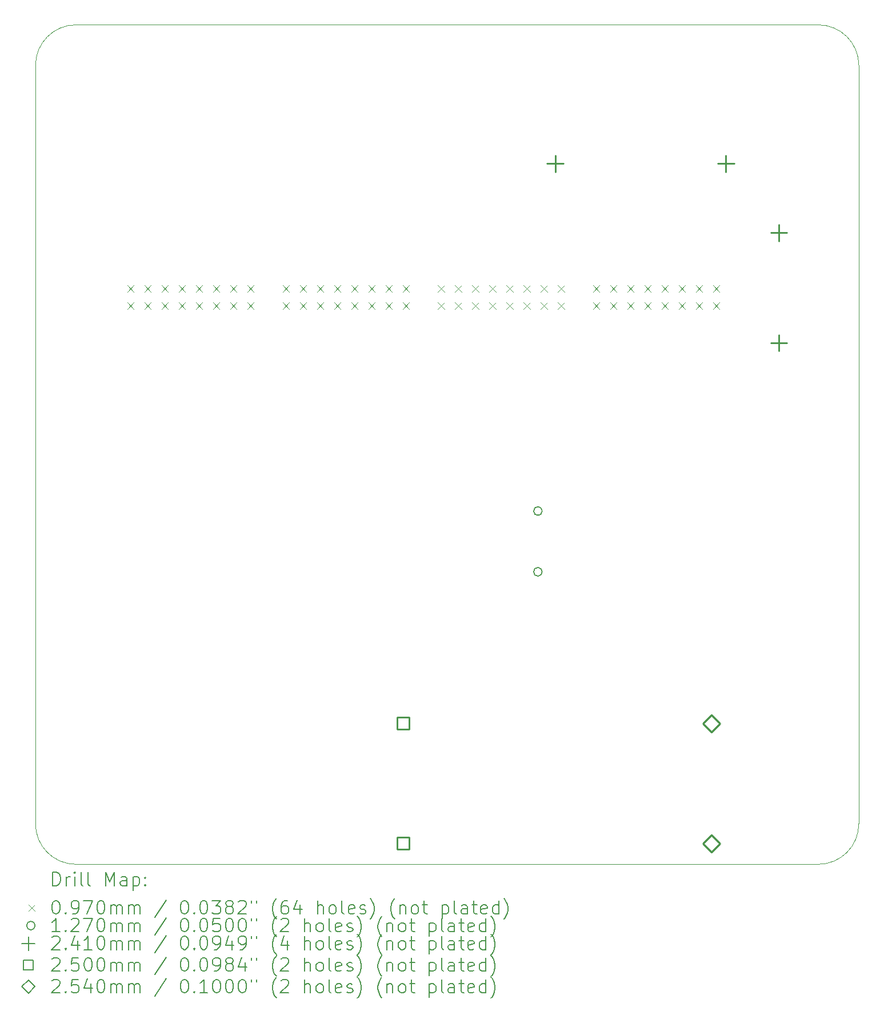
<source format=gbr>
%TF.GenerationSoftware,KiCad,Pcbnew,8.0.2*%
%TF.CreationDate,2024-05-16T19:26:19+09:30*%
%TF.ProjectId,power_and_monotoring,706f7765-725f-4616-9e64-5f6d6f6e6f74,rev?*%
%TF.SameCoordinates,Original*%
%TF.FileFunction,Drillmap*%
%TF.FilePolarity,Positive*%
%FSLAX45Y45*%
G04 Gerber Fmt 4.5, Leading zero omitted, Abs format (unit mm)*
G04 Created by KiCad (PCBNEW 8.0.2) date 2024-05-16 19:26:19*
%MOMM*%
%LPD*%
G01*
G04 APERTURE LIST*
%ADD10C,0.100000*%
%ADD11C,0.200000*%
%ADD12C,0.127000*%
%ADD13C,0.241000*%
%ADD14C,0.250000*%
%ADD15C,0.254000*%
G04 APERTURE END LIST*
D10*
X16330027Y-24815304D02*
G75*
G02*
X15731027Y-25415307I-599507J-496D01*
G01*
X15431027Y-25415304D02*
X4731015Y-25415304D01*
X15730532Y-12979680D02*
G75*
G02*
X16330540Y-13578680I508J-599500D01*
G01*
X4131015Y-24816304D02*
X4131520Y-13579680D01*
X4731015Y-25415304D02*
G75*
G02*
X4131016Y-24816304I-495J599504D01*
G01*
X4730520Y-12979680D02*
X15730532Y-12979680D01*
X15731027Y-25415304D02*
X15431027Y-25415304D01*
X16330532Y-13578680D02*
X16330027Y-24815304D01*
X4131520Y-13579680D02*
G75*
G02*
X4730520Y-12979680I599506J494D01*
G01*
D11*
D10*
X5493021Y-16840298D02*
X5590021Y-16937298D01*
X5590021Y-16840298D02*
X5493021Y-16937298D01*
X5493021Y-17094298D02*
X5590021Y-17191298D01*
X5590021Y-17094298D02*
X5493021Y-17191298D01*
X5747021Y-16840298D02*
X5844021Y-16937298D01*
X5844021Y-16840298D02*
X5747021Y-16937298D01*
X5747021Y-17094298D02*
X5844021Y-17191298D01*
X5844021Y-17094298D02*
X5747021Y-17191298D01*
X6001021Y-16840298D02*
X6098021Y-16937298D01*
X6098021Y-16840298D02*
X6001021Y-16937298D01*
X6001021Y-17094298D02*
X6098021Y-17191298D01*
X6098021Y-17094298D02*
X6001021Y-17191298D01*
X6255021Y-16840298D02*
X6352021Y-16937298D01*
X6352021Y-16840298D02*
X6255021Y-16937298D01*
X6255021Y-17094298D02*
X6352021Y-17191298D01*
X6352021Y-17094298D02*
X6255021Y-17191298D01*
X6509021Y-16840298D02*
X6606021Y-16937298D01*
X6606021Y-16840298D02*
X6509021Y-16937298D01*
X6509021Y-17094298D02*
X6606021Y-17191298D01*
X6606021Y-17094298D02*
X6509021Y-17191298D01*
X6763021Y-16840298D02*
X6860021Y-16937298D01*
X6860021Y-16840298D02*
X6763021Y-16937298D01*
X6763021Y-17094298D02*
X6860021Y-17191298D01*
X6860021Y-17094298D02*
X6763021Y-17191298D01*
X7017021Y-16840298D02*
X7114021Y-16937298D01*
X7114021Y-16840298D02*
X7017021Y-16937298D01*
X7017021Y-17094298D02*
X7114021Y-17191298D01*
X7114021Y-17094298D02*
X7017021Y-17191298D01*
X7271021Y-16840298D02*
X7368021Y-16937298D01*
X7368021Y-16840298D02*
X7271021Y-16937298D01*
X7271021Y-17094298D02*
X7368021Y-17191298D01*
X7368021Y-17094298D02*
X7271021Y-17191298D01*
X7793021Y-16840298D02*
X7890021Y-16937298D01*
X7890021Y-16840298D02*
X7793021Y-16937298D01*
X7793021Y-17094298D02*
X7890021Y-17191298D01*
X7890021Y-17094298D02*
X7793021Y-17191298D01*
X8047021Y-16840298D02*
X8144021Y-16937298D01*
X8144021Y-16840298D02*
X8047021Y-16937298D01*
X8047021Y-17094298D02*
X8144021Y-17191298D01*
X8144021Y-17094298D02*
X8047021Y-17191298D01*
X8301021Y-16840298D02*
X8398021Y-16937298D01*
X8398021Y-16840298D02*
X8301021Y-16937298D01*
X8301021Y-17094298D02*
X8398021Y-17191298D01*
X8398021Y-17094298D02*
X8301021Y-17191298D01*
X8555021Y-16840298D02*
X8652021Y-16937298D01*
X8652021Y-16840298D02*
X8555021Y-16937298D01*
X8555021Y-17094298D02*
X8652021Y-17191298D01*
X8652021Y-17094298D02*
X8555021Y-17191298D01*
X8809021Y-16840298D02*
X8906021Y-16937298D01*
X8906021Y-16840298D02*
X8809021Y-16937298D01*
X8809021Y-17094298D02*
X8906021Y-17191298D01*
X8906021Y-17094298D02*
X8809021Y-17191298D01*
X9063021Y-16840298D02*
X9160021Y-16937298D01*
X9160021Y-16840298D02*
X9063021Y-16937298D01*
X9063021Y-17094298D02*
X9160021Y-17191298D01*
X9160021Y-17094298D02*
X9063021Y-17191298D01*
X9317021Y-16840298D02*
X9414021Y-16937298D01*
X9414021Y-16840298D02*
X9317021Y-16937298D01*
X9317021Y-17094298D02*
X9414021Y-17191298D01*
X9414021Y-17094298D02*
X9317021Y-17191298D01*
X9571021Y-16840298D02*
X9668021Y-16937298D01*
X9668021Y-16840298D02*
X9571021Y-16937298D01*
X9571021Y-17094298D02*
X9668021Y-17191298D01*
X9668021Y-17094298D02*
X9571021Y-17191298D01*
X10093021Y-16840298D02*
X10190021Y-16937298D01*
X10190021Y-16840298D02*
X10093021Y-16937298D01*
X10093021Y-17094298D02*
X10190021Y-17191298D01*
X10190021Y-17094298D02*
X10093021Y-17191298D01*
X10347021Y-16840298D02*
X10444021Y-16937298D01*
X10444021Y-16840298D02*
X10347021Y-16937298D01*
X10347021Y-17094298D02*
X10444021Y-17191298D01*
X10444021Y-17094298D02*
X10347021Y-17191298D01*
X10601021Y-16840298D02*
X10698021Y-16937298D01*
X10698021Y-16840298D02*
X10601021Y-16937298D01*
X10601021Y-17094298D02*
X10698021Y-17191298D01*
X10698021Y-17094298D02*
X10601021Y-17191298D01*
X10855021Y-16840298D02*
X10952021Y-16937298D01*
X10952021Y-16840298D02*
X10855021Y-16937298D01*
X10855021Y-17094298D02*
X10952021Y-17191298D01*
X10952021Y-17094298D02*
X10855021Y-17191298D01*
X11109021Y-16840298D02*
X11206021Y-16937298D01*
X11206021Y-16840298D02*
X11109021Y-16937298D01*
X11109021Y-17094298D02*
X11206021Y-17191298D01*
X11206021Y-17094298D02*
X11109021Y-17191298D01*
X11363021Y-16840298D02*
X11460021Y-16937298D01*
X11460021Y-16840298D02*
X11363021Y-16937298D01*
X11363021Y-17094298D02*
X11460021Y-17191298D01*
X11460021Y-17094298D02*
X11363021Y-17191298D01*
X11617021Y-16840298D02*
X11714021Y-16937298D01*
X11714021Y-16840298D02*
X11617021Y-16937298D01*
X11617021Y-17094298D02*
X11714021Y-17191298D01*
X11714021Y-17094298D02*
X11617021Y-17191298D01*
X11871021Y-16840298D02*
X11968021Y-16937298D01*
X11968021Y-16840298D02*
X11871021Y-16937298D01*
X11871021Y-17094298D02*
X11968021Y-17191298D01*
X11968021Y-17094298D02*
X11871021Y-17191298D01*
X12393021Y-16840298D02*
X12490021Y-16937298D01*
X12490021Y-16840298D02*
X12393021Y-16937298D01*
X12393021Y-17094298D02*
X12490021Y-17191298D01*
X12490021Y-17094298D02*
X12393021Y-17191298D01*
X12647021Y-16840298D02*
X12744021Y-16937298D01*
X12744021Y-16840298D02*
X12647021Y-16937298D01*
X12647021Y-17094298D02*
X12744021Y-17191298D01*
X12744021Y-17094298D02*
X12647021Y-17191298D01*
X12901021Y-16840298D02*
X12998021Y-16937298D01*
X12998021Y-16840298D02*
X12901021Y-16937298D01*
X12901021Y-17094298D02*
X12998021Y-17191298D01*
X12998021Y-17094298D02*
X12901021Y-17191298D01*
X13155021Y-16840298D02*
X13252021Y-16937298D01*
X13252021Y-16840298D02*
X13155021Y-16937298D01*
X13155021Y-17094298D02*
X13252021Y-17191298D01*
X13252021Y-17094298D02*
X13155021Y-17191298D01*
X13409021Y-16840298D02*
X13506021Y-16937298D01*
X13506021Y-16840298D02*
X13409021Y-16937298D01*
X13409021Y-17094298D02*
X13506021Y-17191298D01*
X13506021Y-17094298D02*
X13409021Y-17191298D01*
X13663021Y-16840298D02*
X13760021Y-16937298D01*
X13760021Y-16840298D02*
X13663021Y-16937298D01*
X13663021Y-17094298D02*
X13760021Y-17191298D01*
X13760021Y-17094298D02*
X13663021Y-17191298D01*
X13917021Y-16840298D02*
X14014021Y-16937298D01*
X14014021Y-16840298D02*
X13917021Y-16937298D01*
X13917021Y-17094298D02*
X14014021Y-17191298D01*
X14014021Y-17094298D02*
X13917021Y-17191298D01*
X14171021Y-16840298D02*
X14268021Y-16937298D01*
X14268021Y-16840298D02*
X14171021Y-16937298D01*
X14171021Y-17094298D02*
X14268021Y-17191298D01*
X14268021Y-17094298D02*
X14171021Y-17191298D01*
D12*
X11638700Y-20182280D02*
G75*
G02*
X11511700Y-20182280I-63500J0D01*
G01*
X11511700Y-20182280D02*
G75*
G02*
X11638700Y-20182280I63500J0D01*
G01*
X11638700Y-21082280D02*
G75*
G02*
X11511700Y-21082280I-63500J0D01*
G01*
X11511700Y-21082280D02*
G75*
G02*
X11638700Y-21082280I63500J0D01*
G01*
D13*
X11831240Y-14916300D02*
X11831240Y-15157300D01*
X11710740Y-15036800D02*
X11951740Y-15036800D01*
X14361240Y-14916300D02*
X14361240Y-15157300D01*
X14240740Y-15036800D02*
X14481740Y-15036800D01*
X15143480Y-15940745D02*
X15143480Y-16181745D01*
X15022980Y-16061245D02*
X15263980Y-16061245D01*
X15143480Y-17570745D02*
X15143480Y-17811745D01*
X15022980Y-17691245D02*
X15263980Y-17691245D01*
D14*
X9664189Y-23415749D02*
X9664189Y-23238971D01*
X9487411Y-23238971D01*
X9487411Y-23415749D01*
X9664189Y-23415749D01*
X9664189Y-25193749D02*
X9664189Y-25016971D01*
X9487411Y-25016971D01*
X9487411Y-25193749D01*
X9664189Y-25193749D01*
D15*
X14147800Y-23454360D02*
X14274800Y-23327360D01*
X14147800Y-23200360D01*
X14020800Y-23327360D01*
X14147800Y-23454360D01*
X14147800Y-25232360D02*
X14274800Y-25105360D01*
X14147800Y-24978360D01*
X14020800Y-25105360D01*
X14147800Y-25232360D01*
D11*
X4386792Y-25731788D02*
X4386792Y-25531788D01*
X4386792Y-25531788D02*
X4434411Y-25531788D01*
X4434411Y-25531788D02*
X4462982Y-25541312D01*
X4462982Y-25541312D02*
X4482030Y-25560359D01*
X4482030Y-25560359D02*
X4491554Y-25579407D01*
X4491554Y-25579407D02*
X4501077Y-25617502D01*
X4501077Y-25617502D02*
X4501077Y-25646074D01*
X4501077Y-25646074D02*
X4491554Y-25684169D01*
X4491554Y-25684169D02*
X4482030Y-25703216D01*
X4482030Y-25703216D02*
X4462982Y-25722264D01*
X4462982Y-25722264D02*
X4434411Y-25731788D01*
X4434411Y-25731788D02*
X4386792Y-25731788D01*
X4586792Y-25731788D02*
X4586792Y-25598455D01*
X4586792Y-25636550D02*
X4596316Y-25617502D01*
X4596316Y-25617502D02*
X4605839Y-25607978D01*
X4605839Y-25607978D02*
X4624887Y-25598455D01*
X4624887Y-25598455D02*
X4643935Y-25598455D01*
X4710601Y-25731788D02*
X4710601Y-25598455D01*
X4710601Y-25531788D02*
X4701077Y-25541312D01*
X4701077Y-25541312D02*
X4710601Y-25550836D01*
X4710601Y-25550836D02*
X4720125Y-25541312D01*
X4720125Y-25541312D02*
X4710601Y-25531788D01*
X4710601Y-25531788D02*
X4710601Y-25550836D01*
X4834411Y-25731788D02*
X4815363Y-25722264D01*
X4815363Y-25722264D02*
X4805839Y-25703216D01*
X4805839Y-25703216D02*
X4805839Y-25531788D01*
X4939173Y-25731788D02*
X4920125Y-25722264D01*
X4920125Y-25722264D02*
X4910601Y-25703216D01*
X4910601Y-25703216D02*
X4910601Y-25531788D01*
X5167744Y-25731788D02*
X5167744Y-25531788D01*
X5167744Y-25531788D02*
X5234411Y-25674645D01*
X5234411Y-25674645D02*
X5301077Y-25531788D01*
X5301077Y-25531788D02*
X5301077Y-25731788D01*
X5482030Y-25731788D02*
X5482030Y-25627026D01*
X5482030Y-25627026D02*
X5472506Y-25607978D01*
X5472506Y-25607978D02*
X5453458Y-25598455D01*
X5453458Y-25598455D02*
X5415363Y-25598455D01*
X5415363Y-25598455D02*
X5396316Y-25607978D01*
X5482030Y-25722264D02*
X5462982Y-25731788D01*
X5462982Y-25731788D02*
X5415363Y-25731788D01*
X5415363Y-25731788D02*
X5396316Y-25722264D01*
X5396316Y-25722264D02*
X5386792Y-25703216D01*
X5386792Y-25703216D02*
X5386792Y-25684169D01*
X5386792Y-25684169D02*
X5396316Y-25665121D01*
X5396316Y-25665121D02*
X5415363Y-25655597D01*
X5415363Y-25655597D02*
X5462982Y-25655597D01*
X5462982Y-25655597D02*
X5482030Y-25646074D01*
X5577268Y-25598455D02*
X5577268Y-25798455D01*
X5577268Y-25607978D02*
X5596315Y-25598455D01*
X5596315Y-25598455D02*
X5634411Y-25598455D01*
X5634411Y-25598455D02*
X5653458Y-25607978D01*
X5653458Y-25607978D02*
X5662982Y-25617502D01*
X5662982Y-25617502D02*
X5672506Y-25636550D01*
X5672506Y-25636550D02*
X5672506Y-25693693D01*
X5672506Y-25693693D02*
X5662982Y-25712740D01*
X5662982Y-25712740D02*
X5653458Y-25722264D01*
X5653458Y-25722264D02*
X5634411Y-25731788D01*
X5634411Y-25731788D02*
X5596315Y-25731788D01*
X5596315Y-25731788D02*
X5577268Y-25722264D01*
X5758220Y-25712740D02*
X5767744Y-25722264D01*
X5767744Y-25722264D02*
X5758220Y-25731788D01*
X5758220Y-25731788D02*
X5748696Y-25722264D01*
X5748696Y-25722264D02*
X5758220Y-25712740D01*
X5758220Y-25712740D02*
X5758220Y-25731788D01*
X5758220Y-25607978D02*
X5767744Y-25617502D01*
X5767744Y-25617502D02*
X5758220Y-25627026D01*
X5758220Y-25627026D02*
X5748696Y-25617502D01*
X5748696Y-25617502D02*
X5758220Y-25607978D01*
X5758220Y-25607978D02*
X5758220Y-25627026D01*
D10*
X4029015Y-26011804D02*
X4126015Y-26108804D01*
X4126015Y-26011804D02*
X4029015Y-26108804D01*
D11*
X4424887Y-25951788D02*
X4443935Y-25951788D01*
X4443935Y-25951788D02*
X4462982Y-25961312D01*
X4462982Y-25961312D02*
X4472506Y-25970836D01*
X4472506Y-25970836D02*
X4482030Y-25989883D01*
X4482030Y-25989883D02*
X4491554Y-26027978D01*
X4491554Y-26027978D02*
X4491554Y-26075597D01*
X4491554Y-26075597D02*
X4482030Y-26113693D01*
X4482030Y-26113693D02*
X4472506Y-26132740D01*
X4472506Y-26132740D02*
X4462982Y-26142264D01*
X4462982Y-26142264D02*
X4443935Y-26151788D01*
X4443935Y-26151788D02*
X4424887Y-26151788D01*
X4424887Y-26151788D02*
X4405839Y-26142264D01*
X4405839Y-26142264D02*
X4396316Y-26132740D01*
X4396316Y-26132740D02*
X4386792Y-26113693D01*
X4386792Y-26113693D02*
X4377268Y-26075597D01*
X4377268Y-26075597D02*
X4377268Y-26027978D01*
X4377268Y-26027978D02*
X4386792Y-25989883D01*
X4386792Y-25989883D02*
X4396316Y-25970836D01*
X4396316Y-25970836D02*
X4405839Y-25961312D01*
X4405839Y-25961312D02*
X4424887Y-25951788D01*
X4577268Y-26132740D02*
X4586792Y-26142264D01*
X4586792Y-26142264D02*
X4577268Y-26151788D01*
X4577268Y-26151788D02*
X4567744Y-26142264D01*
X4567744Y-26142264D02*
X4577268Y-26132740D01*
X4577268Y-26132740D02*
X4577268Y-26151788D01*
X4682030Y-26151788D02*
X4720125Y-26151788D01*
X4720125Y-26151788D02*
X4739173Y-26142264D01*
X4739173Y-26142264D02*
X4748697Y-26132740D01*
X4748697Y-26132740D02*
X4767744Y-26104169D01*
X4767744Y-26104169D02*
X4777268Y-26066074D01*
X4777268Y-26066074D02*
X4777268Y-25989883D01*
X4777268Y-25989883D02*
X4767744Y-25970836D01*
X4767744Y-25970836D02*
X4758220Y-25961312D01*
X4758220Y-25961312D02*
X4739173Y-25951788D01*
X4739173Y-25951788D02*
X4701077Y-25951788D01*
X4701077Y-25951788D02*
X4682030Y-25961312D01*
X4682030Y-25961312D02*
X4672506Y-25970836D01*
X4672506Y-25970836D02*
X4662982Y-25989883D01*
X4662982Y-25989883D02*
X4662982Y-26037502D01*
X4662982Y-26037502D02*
X4672506Y-26056550D01*
X4672506Y-26056550D02*
X4682030Y-26066074D01*
X4682030Y-26066074D02*
X4701077Y-26075597D01*
X4701077Y-26075597D02*
X4739173Y-26075597D01*
X4739173Y-26075597D02*
X4758220Y-26066074D01*
X4758220Y-26066074D02*
X4767744Y-26056550D01*
X4767744Y-26056550D02*
X4777268Y-26037502D01*
X4843935Y-25951788D02*
X4977268Y-25951788D01*
X4977268Y-25951788D02*
X4891554Y-26151788D01*
X5091554Y-25951788D02*
X5110601Y-25951788D01*
X5110601Y-25951788D02*
X5129649Y-25961312D01*
X5129649Y-25961312D02*
X5139173Y-25970836D01*
X5139173Y-25970836D02*
X5148697Y-25989883D01*
X5148697Y-25989883D02*
X5158220Y-26027978D01*
X5158220Y-26027978D02*
X5158220Y-26075597D01*
X5158220Y-26075597D02*
X5148697Y-26113693D01*
X5148697Y-26113693D02*
X5139173Y-26132740D01*
X5139173Y-26132740D02*
X5129649Y-26142264D01*
X5129649Y-26142264D02*
X5110601Y-26151788D01*
X5110601Y-26151788D02*
X5091554Y-26151788D01*
X5091554Y-26151788D02*
X5072506Y-26142264D01*
X5072506Y-26142264D02*
X5062982Y-26132740D01*
X5062982Y-26132740D02*
X5053458Y-26113693D01*
X5053458Y-26113693D02*
X5043935Y-26075597D01*
X5043935Y-26075597D02*
X5043935Y-26027978D01*
X5043935Y-26027978D02*
X5053458Y-25989883D01*
X5053458Y-25989883D02*
X5062982Y-25970836D01*
X5062982Y-25970836D02*
X5072506Y-25961312D01*
X5072506Y-25961312D02*
X5091554Y-25951788D01*
X5243935Y-26151788D02*
X5243935Y-26018455D01*
X5243935Y-26037502D02*
X5253458Y-26027978D01*
X5253458Y-26027978D02*
X5272506Y-26018455D01*
X5272506Y-26018455D02*
X5301078Y-26018455D01*
X5301078Y-26018455D02*
X5320125Y-26027978D01*
X5320125Y-26027978D02*
X5329649Y-26047026D01*
X5329649Y-26047026D02*
X5329649Y-26151788D01*
X5329649Y-26047026D02*
X5339173Y-26027978D01*
X5339173Y-26027978D02*
X5358220Y-26018455D01*
X5358220Y-26018455D02*
X5386792Y-26018455D01*
X5386792Y-26018455D02*
X5405839Y-26027978D01*
X5405839Y-26027978D02*
X5415363Y-26047026D01*
X5415363Y-26047026D02*
X5415363Y-26151788D01*
X5510601Y-26151788D02*
X5510601Y-26018455D01*
X5510601Y-26037502D02*
X5520125Y-26027978D01*
X5520125Y-26027978D02*
X5539173Y-26018455D01*
X5539173Y-26018455D02*
X5567744Y-26018455D01*
X5567744Y-26018455D02*
X5586792Y-26027978D01*
X5586792Y-26027978D02*
X5596316Y-26047026D01*
X5596316Y-26047026D02*
X5596316Y-26151788D01*
X5596316Y-26047026D02*
X5605839Y-26027978D01*
X5605839Y-26027978D02*
X5624887Y-26018455D01*
X5624887Y-26018455D02*
X5653458Y-26018455D01*
X5653458Y-26018455D02*
X5672506Y-26027978D01*
X5672506Y-26027978D02*
X5682030Y-26047026D01*
X5682030Y-26047026D02*
X5682030Y-26151788D01*
X6072506Y-25942264D02*
X5901078Y-26199407D01*
X6329649Y-25951788D02*
X6348697Y-25951788D01*
X6348697Y-25951788D02*
X6367744Y-25961312D01*
X6367744Y-25961312D02*
X6377268Y-25970836D01*
X6377268Y-25970836D02*
X6386792Y-25989883D01*
X6386792Y-25989883D02*
X6396316Y-26027978D01*
X6396316Y-26027978D02*
X6396316Y-26075597D01*
X6396316Y-26075597D02*
X6386792Y-26113693D01*
X6386792Y-26113693D02*
X6377268Y-26132740D01*
X6377268Y-26132740D02*
X6367744Y-26142264D01*
X6367744Y-26142264D02*
X6348697Y-26151788D01*
X6348697Y-26151788D02*
X6329649Y-26151788D01*
X6329649Y-26151788D02*
X6310601Y-26142264D01*
X6310601Y-26142264D02*
X6301078Y-26132740D01*
X6301078Y-26132740D02*
X6291554Y-26113693D01*
X6291554Y-26113693D02*
X6282030Y-26075597D01*
X6282030Y-26075597D02*
X6282030Y-26027978D01*
X6282030Y-26027978D02*
X6291554Y-25989883D01*
X6291554Y-25989883D02*
X6301078Y-25970836D01*
X6301078Y-25970836D02*
X6310601Y-25961312D01*
X6310601Y-25961312D02*
X6329649Y-25951788D01*
X6482030Y-26132740D02*
X6491554Y-26142264D01*
X6491554Y-26142264D02*
X6482030Y-26151788D01*
X6482030Y-26151788D02*
X6472506Y-26142264D01*
X6472506Y-26142264D02*
X6482030Y-26132740D01*
X6482030Y-26132740D02*
X6482030Y-26151788D01*
X6615363Y-25951788D02*
X6634411Y-25951788D01*
X6634411Y-25951788D02*
X6653459Y-25961312D01*
X6653459Y-25961312D02*
X6662982Y-25970836D01*
X6662982Y-25970836D02*
X6672506Y-25989883D01*
X6672506Y-25989883D02*
X6682030Y-26027978D01*
X6682030Y-26027978D02*
X6682030Y-26075597D01*
X6682030Y-26075597D02*
X6672506Y-26113693D01*
X6672506Y-26113693D02*
X6662982Y-26132740D01*
X6662982Y-26132740D02*
X6653459Y-26142264D01*
X6653459Y-26142264D02*
X6634411Y-26151788D01*
X6634411Y-26151788D02*
X6615363Y-26151788D01*
X6615363Y-26151788D02*
X6596316Y-26142264D01*
X6596316Y-26142264D02*
X6586792Y-26132740D01*
X6586792Y-26132740D02*
X6577268Y-26113693D01*
X6577268Y-26113693D02*
X6567744Y-26075597D01*
X6567744Y-26075597D02*
X6567744Y-26027978D01*
X6567744Y-26027978D02*
X6577268Y-25989883D01*
X6577268Y-25989883D02*
X6586792Y-25970836D01*
X6586792Y-25970836D02*
X6596316Y-25961312D01*
X6596316Y-25961312D02*
X6615363Y-25951788D01*
X6748697Y-25951788D02*
X6872506Y-25951788D01*
X6872506Y-25951788D02*
X6805839Y-26027978D01*
X6805839Y-26027978D02*
X6834411Y-26027978D01*
X6834411Y-26027978D02*
X6853459Y-26037502D01*
X6853459Y-26037502D02*
X6862982Y-26047026D01*
X6862982Y-26047026D02*
X6872506Y-26066074D01*
X6872506Y-26066074D02*
X6872506Y-26113693D01*
X6872506Y-26113693D02*
X6862982Y-26132740D01*
X6862982Y-26132740D02*
X6853459Y-26142264D01*
X6853459Y-26142264D02*
X6834411Y-26151788D01*
X6834411Y-26151788D02*
X6777268Y-26151788D01*
X6777268Y-26151788D02*
X6758220Y-26142264D01*
X6758220Y-26142264D02*
X6748697Y-26132740D01*
X6986792Y-26037502D02*
X6967744Y-26027978D01*
X6967744Y-26027978D02*
X6958220Y-26018455D01*
X6958220Y-26018455D02*
X6948697Y-25999407D01*
X6948697Y-25999407D02*
X6948697Y-25989883D01*
X6948697Y-25989883D02*
X6958220Y-25970836D01*
X6958220Y-25970836D02*
X6967744Y-25961312D01*
X6967744Y-25961312D02*
X6986792Y-25951788D01*
X6986792Y-25951788D02*
X7024887Y-25951788D01*
X7024887Y-25951788D02*
X7043935Y-25961312D01*
X7043935Y-25961312D02*
X7053459Y-25970836D01*
X7053459Y-25970836D02*
X7062982Y-25989883D01*
X7062982Y-25989883D02*
X7062982Y-25999407D01*
X7062982Y-25999407D02*
X7053459Y-26018455D01*
X7053459Y-26018455D02*
X7043935Y-26027978D01*
X7043935Y-26027978D02*
X7024887Y-26037502D01*
X7024887Y-26037502D02*
X6986792Y-26037502D01*
X6986792Y-26037502D02*
X6967744Y-26047026D01*
X6967744Y-26047026D02*
X6958220Y-26056550D01*
X6958220Y-26056550D02*
X6948697Y-26075597D01*
X6948697Y-26075597D02*
X6948697Y-26113693D01*
X6948697Y-26113693D02*
X6958220Y-26132740D01*
X6958220Y-26132740D02*
X6967744Y-26142264D01*
X6967744Y-26142264D02*
X6986792Y-26151788D01*
X6986792Y-26151788D02*
X7024887Y-26151788D01*
X7024887Y-26151788D02*
X7043935Y-26142264D01*
X7043935Y-26142264D02*
X7053459Y-26132740D01*
X7053459Y-26132740D02*
X7062982Y-26113693D01*
X7062982Y-26113693D02*
X7062982Y-26075597D01*
X7062982Y-26075597D02*
X7053459Y-26056550D01*
X7053459Y-26056550D02*
X7043935Y-26047026D01*
X7043935Y-26047026D02*
X7024887Y-26037502D01*
X7139173Y-25970836D02*
X7148697Y-25961312D01*
X7148697Y-25961312D02*
X7167744Y-25951788D01*
X7167744Y-25951788D02*
X7215363Y-25951788D01*
X7215363Y-25951788D02*
X7234411Y-25961312D01*
X7234411Y-25961312D02*
X7243935Y-25970836D01*
X7243935Y-25970836D02*
X7253459Y-25989883D01*
X7253459Y-25989883D02*
X7253459Y-26008931D01*
X7253459Y-26008931D02*
X7243935Y-26037502D01*
X7243935Y-26037502D02*
X7129649Y-26151788D01*
X7129649Y-26151788D02*
X7253459Y-26151788D01*
X7329649Y-25951788D02*
X7329649Y-25989883D01*
X7405840Y-25951788D02*
X7405840Y-25989883D01*
X7701078Y-26227978D02*
X7691554Y-26218455D01*
X7691554Y-26218455D02*
X7672506Y-26189883D01*
X7672506Y-26189883D02*
X7662982Y-26170836D01*
X7662982Y-26170836D02*
X7653459Y-26142264D01*
X7653459Y-26142264D02*
X7643935Y-26094645D01*
X7643935Y-26094645D02*
X7643935Y-26056550D01*
X7643935Y-26056550D02*
X7653459Y-26008931D01*
X7653459Y-26008931D02*
X7662982Y-25980359D01*
X7662982Y-25980359D02*
X7672506Y-25961312D01*
X7672506Y-25961312D02*
X7691554Y-25932740D01*
X7691554Y-25932740D02*
X7701078Y-25923216D01*
X7862982Y-25951788D02*
X7824887Y-25951788D01*
X7824887Y-25951788D02*
X7805840Y-25961312D01*
X7805840Y-25961312D02*
X7796316Y-25970836D01*
X7796316Y-25970836D02*
X7777268Y-25999407D01*
X7777268Y-25999407D02*
X7767744Y-26037502D01*
X7767744Y-26037502D02*
X7767744Y-26113693D01*
X7767744Y-26113693D02*
X7777268Y-26132740D01*
X7777268Y-26132740D02*
X7786792Y-26142264D01*
X7786792Y-26142264D02*
X7805840Y-26151788D01*
X7805840Y-26151788D02*
X7843935Y-26151788D01*
X7843935Y-26151788D02*
X7862982Y-26142264D01*
X7862982Y-26142264D02*
X7872506Y-26132740D01*
X7872506Y-26132740D02*
X7882030Y-26113693D01*
X7882030Y-26113693D02*
X7882030Y-26066074D01*
X7882030Y-26066074D02*
X7872506Y-26047026D01*
X7872506Y-26047026D02*
X7862982Y-26037502D01*
X7862982Y-26037502D02*
X7843935Y-26027978D01*
X7843935Y-26027978D02*
X7805840Y-26027978D01*
X7805840Y-26027978D02*
X7786792Y-26037502D01*
X7786792Y-26037502D02*
X7777268Y-26047026D01*
X7777268Y-26047026D02*
X7767744Y-26066074D01*
X8053459Y-26018455D02*
X8053459Y-26151788D01*
X8005840Y-25942264D02*
X7958221Y-26085121D01*
X7958221Y-26085121D02*
X8082030Y-26085121D01*
X8310602Y-26151788D02*
X8310602Y-25951788D01*
X8396316Y-26151788D02*
X8396316Y-26047026D01*
X8396316Y-26047026D02*
X8386792Y-26027978D01*
X8386792Y-26027978D02*
X8367744Y-26018455D01*
X8367744Y-26018455D02*
X8339173Y-26018455D01*
X8339173Y-26018455D02*
X8320125Y-26027978D01*
X8320125Y-26027978D02*
X8310602Y-26037502D01*
X8520125Y-26151788D02*
X8501078Y-26142264D01*
X8501078Y-26142264D02*
X8491554Y-26132740D01*
X8491554Y-26132740D02*
X8482030Y-26113693D01*
X8482030Y-26113693D02*
X8482030Y-26056550D01*
X8482030Y-26056550D02*
X8491554Y-26037502D01*
X8491554Y-26037502D02*
X8501078Y-26027978D01*
X8501078Y-26027978D02*
X8520125Y-26018455D01*
X8520125Y-26018455D02*
X8548697Y-26018455D01*
X8548697Y-26018455D02*
X8567745Y-26027978D01*
X8567745Y-26027978D02*
X8577268Y-26037502D01*
X8577268Y-26037502D02*
X8586792Y-26056550D01*
X8586792Y-26056550D02*
X8586792Y-26113693D01*
X8586792Y-26113693D02*
X8577268Y-26132740D01*
X8577268Y-26132740D02*
X8567745Y-26142264D01*
X8567745Y-26142264D02*
X8548697Y-26151788D01*
X8548697Y-26151788D02*
X8520125Y-26151788D01*
X8701078Y-26151788D02*
X8682030Y-26142264D01*
X8682030Y-26142264D02*
X8672506Y-26123216D01*
X8672506Y-26123216D02*
X8672506Y-25951788D01*
X8853459Y-26142264D02*
X8834411Y-26151788D01*
X8834411Y-26151788D02*
X8796316Y-26151788D01*
X8796316Y-26151788D02*
X8777268Y-26142264D01*
X8777268Y-26142264D02*
X8767745Y-26123216D01*
X8767745Y-26123216D02*
X8767745Y-26047026D01*
X8767745Y-26047026D02*
X8777268Y-26027978D01*
X8777268Y-26027978D02*
X8796316Y-26018455D01*
X8796316Y-26018455D02*
X8834411Y-26018455D01*
X8834411Y-26018455D02*
X8853459Y-26027978D01*
X8853459Y-26027978D02*
X8862983Y-26047026D01*
X8862983Y-26047026D02*
X8862983Y-26066074D01*
X8862983Y-26066074D02*
X8767745Y-26085121D01*
X8939173Y-26142264D02*
X8958221Y-26151788D01*
X8958221Y-26151788D02*
X8996316Y-26151788D01*
X8996316Y-26151788D02*
X9015364Y-26142264D01*
X9015364Y-26142264D02*
X9024887Y-26123216D01*
X9024887Y-26123216D02*
X9024887Y-26113693D01*
X9024887Y-26113693D02*
X9015364Y-26094645D01*
X9015364Y-26094645D02*
X8996316Y-26085121D01*
X8996316Y-26085121D02*
X8967745Y-26085121D01*
X8967745Y-26085121D02*
X8948697Y-26075597D01*
X8948697Y-26075597D02*
X8939173Y-26056550D01*
X8939173Y-26056550D02*
X8939173Y-26047026D01*
X8939173Y-26047026D02*
X8948697Y-26027978D01*
X8948697Y-26027978D02*
X8967745Y-26018455D01*
X8967745Y-26018455D02*
X8996316Y-26018455D01*
X8996316Y-26018455D02*
X9015364Y-26027978D01*
X9091554Y-26227978D02*
X9101078Y-26218455D01*
X9101078Y-26218455D02*
X9120126Y-26189883D01*
X9120126Y-26189883D02*
X9129649Y-26170836D01*
X9129649Y-26170836D02*
X9139173Y-26142264D01*
X9139173Y-26142264D02*
X9148697Y-26094645D01*
X9148697Y-26094645D02*
X9148697Y-26056550D01*
X9148697Y-26056550D02*
X9139173Y-26008931D01*
X9139173Y-26008931D02*
X9129649Y-25980359D01*
X9129649Y-25980359D02*
X9120126Y-25961312D01*
X9120126Y-25961312D02*
X9101078Y-25932740D01*
X9101078Y-25932740D02*
X9091554Y-25923216D01*
X9453459Y-26227978D02*
X9443935Y-26218455D01*
X9443935Y-26218455D02*
X9424887Y-26189883D01*
X9424887Y-26189883D02*
X9415364Y-26170836D01*
X9415364Y-26170836D02*
X9405840Y-26142264D01*
X9405840Y-26142264D02*
X9396316Y-26094645D01*
X9396316Y-26094645D02*
X9396316Y-26056550D01*
X9396316Y-26056550D02*
X9405840Y-26008931D01*
X9405840Y-26008931D02*
X9415364Y-25980359D01*
X9415364Y-25980359D02*
X9424887Y-25961312D01*
X9424887Y-25961312D02*
X9443935Y-25932740D01*
X9443935Y-25932740D02*
X9453459Y-25923216D01*
X9529649Y-26018455D02*
X9529649Y-26151788D01*
X9529649Y-26037502D02*
X9539173Y-26027978D01*
X9539173Y-26027978D02*
X9558221Y-26018455D01*
X9558221Y-26018455D02*
X9586792Y-26018455D01*
X9586792Y-26018455D02*
X9605840Y-26027978D01*
X9605840Y-26027978D02*
X9615364Y-26047026D01*
X9615364Y-26047026D02*
X9615364Y-26151788D01*
X9739173Y-26151788D02*
X9720126Y-26142264D01*
X9720126Y-26142264D02*
X9710602Y-26132740D01*
X9710602Y-26132740D02*
X9701078Y-26113693D01*
X9701078Y-26113693D02*
X9701078Y-26056550D01*
X9701078Y-26056550D02*
X9710602Y-26037502D01*
X9710602Y-26037502D02*
X9720126Y-26027978D01*
X9720126Y-26027978D02*
X9739173Y-26018455D01*
X9739173Y-26018455D02*
X9767745Y-26018455D01*
X9767745Y-26018455D02*
X9786792Y-26027978D01*
X9786792Y-26027978D02*
X9796316Y-26037502D01*
X9796316Y-26037502D02*
X9805840Y-26056550D01*
X9805840Y-26056550D02*
X9805840Y-26113693D01*
X9805840Y-26113693D02*
X9796316Y-26132740D01*
X9796316Y-26132740D02*
X9786792Y-26142264D01*
X9786792Y-26142264D02*
X9767745Y-26151788D01*
X9767745Y-26151788D02*
X9739173Y-26151788D01*
X9862983Y-26018455D02*
X9939173Y-26018455D01*
X9891554Y-25951788D02*
X9891554Y-26123216D01*
X9891554Y-26123216D02*
X9901078Y-26142264D01*
X9901078Y-26142264D02*
X9920126Y-26151788D01*
X9920126Y-26151788D02*
X9939173Y-26151788D01*
X10158221Y-26018455D02*
X10158221Y-26218455D01*
X10158221Y-26027978D02*
X10177268Y-26018455D01*
X10177268Y-26018455D02*
X10215364Y-26018455D01*
X10215364Y-26018455D02*
X10234411Y-26027978D01*
X10234411Y-26027978D02*
X10243935Y-26037502D01*
X10243935Y-26037502D02*
X10253459Y-26056550D01*
X10253459Y-26056550D02*
X10253459Y-26113693D01*
X10253459Y-26113693D02*
X10243935Y-26132740D01*
X10243935Y-26132740D02*
X10234411Y-26142264D01*
X10234411Y-26142264D02*
X10215364Y-26151788D01*
X10215364Y-26151788D02*
X10177268Y-26151788D01*
X10177268Y-26151788D02*
X10158221Y-26142264D01*
X10367745Y-26151788D02*
X10348697Y-26142264D01*
X10348697Y-26142264D02*
X10339173Y-26123216D01*
X10339173Y-26123216D02*
X10339173Y-25951788D01*
X10529649Y-26151788D02*
X10529649Y-26047026D01*
X10529649Y-26047026D02*
X10520126Y-26027978D01*
X10520126Y-26027978D02*
X10501078Y-26018455D01*
X10501078Y-26018455D02*
X10462983Y-26018455D01*
X10462983Y-26018455D02*
X10443935Y-26027978D01*
X10529649Y-26142264D02*
X10510602Y-26151788D01*
X10510602Y-26151788D02*
X10462983Y-26151788D01*
X10462983Y-26151788D02*
X10443935Y-26142264D01*
X10443935Y-26142264D02*
X10434411Y-26123216D01*
X10434411Y-26123216D02*
X10434411Y-26104169D01*
X10434411Y-26104169D02*
X10443935Y-26085121D01*
X10443935Y-26085121D02*
X10462983Y-26075597D01*
X10462983Y-26075597D02*
X10510602Y-26075597D01*
X10510602Y-26075597D02*
X10529649Y-26066074D01*
X10596316Y-26018455D02*
X10672507Y-26018455D01*
X10624888Y-25951788D02*
X10624888Y-26123216D01*
X10624888Y-26123216D02*
X10634411Y-26142264D01*
X10634411Y-26142264D02*
X10653459Y-26151788D01*
X10653459Y-26151788D02*
X10672507Y-26151788D01*
X10815364Y-26142264D02*
X10796316Y-26151788D01*
X10796316Y-26151788D02*
X10758221Y-26151788D01*
X10758221Y-26151788D02*
X10739173Y-26142264D01*
X10739173Y-26142264D02*
X10729649Y-26123216D01*
X10729649Y-26123216D02*
X10729649Y-26047026D01*
X10729649Y-26047026D02*
X10739173Y-26027978D01*
X10739173Y-26027978D02*
X10758221Y-26018455D01*
X10758221Y-26018455D02*
X10796316Y-26018455D01*
X10796316Y-26018455D02*
X10815364Y-26027978D01*
X10815364Y-26027978D02*
X10824888Y-26047026D01*
X10824888Y-26047026D02*
X10824888Y-26066074D01*
X10824888Y-26066074D02*
X10729649Y-26085121D01*
X10996316Y-26151788D02*
X10996316Y-25951788D01*
X10996316Y-26142264D02*
X10977269Y-26151788D01*
X10977269Y-26151788D02*
X10939173Y-26151788D01*
X10939173Y-26151788D02*
X10920126Y-26142264D01*
X10920126Y-26142264D02*
X10910602Y-26132740D01*
X10910602Y-26132740D02*
X10901078Y-26113693D01*
X10901078Y-26113693D02*
X10901078Y-26056550D01*
X10901078Y-26056550D02*
X10910602Y-26037502D01*
X10910602Y-26037502D02*
X10920126Y-26027978D01*
X10920126Y-26027978D02*
X10939173Y-26018455D01*
X10939173Y-26018455D02*
X10977269Y-26018455D01*
X10977269Y-26018455D02*
X10996316Y-26027978D01*
X11072507Y-26227978D02*
X11082030Y-26218455D01*
X11082030Y-26218455D02*
X11101078Y-26189883D01*
X11101078Y-26189883D02*
X11110602Y-26170836D01*
X11110602Y-26170836D02*
X11120126Y-26142264D01*
X11120126Y-26142264D02*
X11129649Y-26094645D01*
X11129649Y-26094645D02*
X11129649Y-26056550D01*
X11129649Y-26056550D02*
X11120126Y-26008931D01*
X11120126Y-26008931D02*
X11110602Y-25980359D01*
X11110602Y-25980359D02*
X11101078Y-25961312D01*
X11101078Y-25961312D02*
X11082030Y-25932740D01*
X11082030Y-25932740D02*
X11072507Y-25923216D01*
D12*
X4126015Y-26324304D02*
G75*
G02*
X3999015Y-26324304I-63500J0D01*
G01*
X3999015Y-26324304D02*
G75*
G02*
X4126015Y-26324304I63500J0D01*
G01*
D11*
X4491554Y-26415788D02*
X4377268Y-26415788D01*
X4434411Y-26415788D02*
X4434411Y-26215788D01*
X4434411Y-26215788D02*
X4415363Y-26244359D01*
X4415363Y-26244359D02*
X4396316Y-26263407D01*
X4396316Y-26263407D02*
X4377268Y-26272931D01*
X4577268Y-26396740D02*
X4586792Y-26406264D01*
X4586792Y-26406264D02*
X4577268Y-26415788D01*
X4577268Y-26415788D02*
X4567744Y-26406264D01*
X4567744Y-26406264D02*
X4577268Y-26396740D01*
X4577268Y-26396740D02*
X4577268Y-26415788D01*
X4662982Y-26234836D02*
X4672506Y-26225312D01*
X4672506Y-26225312D02*
X4691554Y-26215788D01*
X4691554Y-26215788D02*
X4739173Y-26215788D01*
X4739173Y-26215788D02*
X4758220Y-26225312D01*
X4758220Y-26225312D02*
X4767744Y-26234836D01*
X4767744Y-26234836D02*
X4777268Y-26253883D01*
X4777268Y-26253883D02*
X4777268Y-26272931D01*
X4777268Y-26272931D02*
X4767744Y-26301502D01*
X4767744Y-26301502D02*
X4653458Y-26415788D01*
X4653458Y-26415788D02*
X4777268Y-26415788D01*
X4843935Y-26215788D02*
X4977268Y-26215788D01*
X4977268Y-26215788D02*
X4891554Y-26415788D01*
X5091554Y-26215788D02*
X5110601Y-26215788D01*
X5110601Y-26215788D02*
X5129649Y-26225312D01*
X5129649Y-26225312D02*
X5139173Y-26234836D01*
X5139173Y-26234836D02*
X5148697Y-26253883D01*
X5148697Y-26253883D02*
X5158220Y-26291978D01*
X5158220Y-26291978D02*
X5158220Y-26339597D01*
X5158220Y-26339597D02*
X5148697Y-26377693D01*
X5148697Y-26377693D02*
X5139173Y-26396740D01*
X5139173Y-26396740D02*
X5129649Y-26406264D01*
X5129649Y-26406264D02*
X5110601Y-26415788D01*
X5110601Y-26415788D02*
X5091554Y-26415788D01*
X5091554Y-26415788D02*
X5072506Y-26406264D01*
X5072506Y-26406264D02*
X5062982Y-26396740D01*
X5062982Y-26396740D02*
X5053458Y-26377693D01*
X5053458Y-26377693D02*
X5043935Y-26339597D01*
X5043935Y-26339597D02*
X5043935Y-26291978D01*
X5043935Y-26291978D02*
X5053458Y-26253883D01*
X5053458Y-26253883D02*
X5062982Y-26234836D01*
X5062982Y-26234836D02*
X5072506Y-26225312D01*
X5072506Y-26225312D02*
X5091554Y-26215788D01*
X5243935Y-26415788D02*
X5243935Y-26282455D01*
X5243935Y-26301502D02*
X5253458Y-26291978D01*
X5253458Y-26291978D02*
X5272506Y-26282455D01*
X5272506Y-26282455D02*
X5301078Y-26282455D01*
X5301078Y-26282455D02*
X5320125Y-26291978D01*
X5320125Y-26291978D02*
X5329649Y-26311026D01*
X5329649Y-26311026D02*
X5329649Y-26415788D01*
X5329649Y-26311026D02*
X5339173Y-26291978D01*
X5339173Y-26291978D02*
X5358220Y-26282455D01*
X5358220Y-26282455D02*
X5386792Y-26282455D01*
X5386792Y-26282455D02*
X5405839Y-26291978D01*
X5405839Y-26291978D02*
X5415363Y-26311026D01*
X5415363Y-26311026D02*
X5415363Y-26415788D01*
X5510601Y-26415788D02*
X5510601Y-26282455D01*
X5510601Y-26301502D02*
X5520125Y-26291978D01*
X5520125Y-26291978D02*
X5539173Y-26282455D01*
X5539173Y-26282455D02*
X5567744Y-26282455D01*
X5567744Y-26282455D02*
X5586792Y-26291978D01*
X5586792Y-26291978D02*
X5596316Y-26311026D01*
X5596316Y-26311026D02*
X5596316Y-26415788D01*
X5596316Y-26311026D02*
X5605839Y-26291978D01*
X5605839Y-26291978D02*
X5624887Y-26282455D01*
X5624887Y-26282455D02*
X5653458Y-26282455D01*
X5653458Y-26282455D02*
X5672506Y-26291978D01*
X5672506Y-26291978D02*
X5682030Y-26311026D01*
X5682030Y-26311026D02*
X5682030Y-26415788D01*
X6072506Y-26206264D02*
X5901078Y-26463407D01*
X6329649Y-26215788D02*
X6348697Y-26215788D01*
X6348697Y-26215788D02*
X6367744Y-26225312D01*
X6367744Y-26225312D02*
X6377268Y-26234836D01*
X6377268Y-26234836D02*
X6386792Y-26253883D01*
X6386792Y-26253883D02*
X6396316Y-26291978D01*
X6396316Y-26291978D02*
X6396316Y-26339597D01*
X6396316Y-26339597D02*
X6386792Y-26377693D01*
X6386792Y-26377693D02*
X6377268Y-26396740D01*
X6377268Y-26396740D02*
X6367744Y-26406264D01*
X6367744Y-26406264D02*
X6348697Y-26415788D01*
X6348697Y-26415788D02*
X6329649Y-26415788D01*
X6329649Y-26415788D02*
X6310601Y-26406264D01*
X6310601Y-26406264D02*
X6301078Y-26396740D01*
X6301078Y-26396740D02*
X6291554Y-26377693D01*
X6291554Y-26377693D02*
X6282030Y-26339597D01*
X6282030Y-26339597D02*
X6282030Y-26291978D01*
X6282030Y-26291978D02*
X6291554Y-26253883D01*
X6291554Y-26253883D02*
X6301078Y-26234836D01*
X6301078Y-26234836D02*
X6310601Y-26225312D01*
X6310601Y-26225312D02*
X6329649Y-26215788D01*
X6482030Y-26396740D02*
X6491554Y-26406264D01*
X6491554Y-26406264D02*
X6482030Y-26415788D01*
X6482030Y-26415788D02*
X6472506Y-26406264D01*
X6472506Y-26406264D02*
X6482030Y-26396740D01*
X6482030Y-26396740D02*
X6482030Y-26415788D01*
X6615363Y-26215788D02*
X6634411Y-26215788D01*
X6634411Y-26215788D02*
X6653459Y-26225312D01*
X6653459Y-26225312D02*
X6662982Y-26234836D01*
X6662982Y-26234836D02*
X6672506Y-26253883D01*
X6672506Y-26253883D02*
X6682030Y-26291978D01*
X6682030Y-26291978D02*
X6682030Y-26339597D01*
X6682030Y-26339597D02*
X6672506Y-26377693D01*
X6672506Y-26377693D02*
X6662982Y-26396740D01*
X6662982Y-26396740D02*
X6653459Y-26406264D01*
X6653459Y-26406264D02*
X6634411Y-26415788D01*
X6634411Y-26415788D02*
X6615363Y-26415788D01*
X6615363Y-26415788D02*
X6596316Y-26406264D01*
X6596316Y-26406264D02*
X6586792Y-26396740D01*
X6586792Y-26396740D02*
X6577268Y-26377693D01*
X6577268Y-26377693D02*
X6567744Y-26339597D01*
X6567744Y-26339597D02*
X6567744Y-26291978D01*
X6567744Y-26291978D02*
X6577268Y-26253883D01*
X6577268Y-26253883D02*
X6586792Y-26234836D01*
X6586792Y-26234836D02*
X6596316Y-26225312D01*
X6596316Y-26225312D02*
X6615363Y-26215788D01*
X6862982Y-26215788D02*
X6767744Y-26215788D01*
X6767744Y-26215788D02*
X6758220Y-26311026D01*
X6758220Y-26311026D02*
X6767744Y-26301502D01*
X6767744Y-26301502D02*
X6786792Y-26291978D01*
X6786792Y-26291978D02*
X6834411Y-26291978D01*
X6834411Y-26291978D02*
X6853459Y-26301502D01*
X6853459Y-26301502D02*
X6862982Y-26311026D01*
X6862982Y-26311026D02*
X6872506Y-26330074D01*
X6872506Y-26330074D02*
X6872506Y-26377693D01*
X6872506Y-26377693D02*
X6862982Y-26396740D01*
X6862982Y-26396740D02*
X6853459Y-26406264D01*
X6853459Y-26406264D02*
X6834411Y-26415788D01*
X6834411Y-26415788D02*
X6786792Y-26415788D01*
X6786792Y-26415788D02*
X6767744Y-26406264D01*
X6767744Y-26406264D02*
X6758220Y-26396740D01*
X6996316Y-26215788D02*
X7015363Y-26215788D01*
X7015363Y-26215788D02*
X7034411Y-26225312D01*
X7034411Y-26225312D02*
X7043935Y-26234836D01*
X7043935Y-26234836D02*
X7053459Y-26253883D01*
X7053459Y-26253883D02*
X7062982Y-26291978D01*
X7062982Y-26291978D02*
X7062982Y-26339597D01*
X7062982Y-26339597D02*
X7053459Y-26377693D01*
X7053459Y-26377693D02*
X7043935Y-26396740D01*
X7043935Y-26396740D02*
X7034411Y-26406264D01*
X7034411Y-26406264D02*
X7015363Y-26415788D01*
X7015363Y-26415788D02*
X6996316Y-26415788D01*
X6996316Y-26415788D02*
X6977268Y-26406264D01*
X6977268Y-26406264D02*
X6967744Y-26396740D01*
X6967744Y-26396740D02*
X6958220Y-26377693D01*
X6958220Y-26377693D02*
X6948697Y-26339597D01*
X6948697Y-26339597D02*
X6948697Y-26291978D01*
X6948697Y-26291978D02*
X6958220Y-26253883D01*
X6958220Y-26253883D02*
X6967744Y-26234836D01*
X6967744Y-26234836D02*
X6977268Y-26225312D01*
X6977268Y-26225312D02*
X6996316Y-26215788D01*
X7186792Y-26215788D02*
X7205840Y-26215788D01*
X7205840Y-26215788D02*
X7224887Y-26225312D01*
X7224887Y-26225312D02*
X7234411Y-26234836D01*
X7234411Y-26234836D02*
X7243935Y-26253883D01*
X7243935Y-26253883D02*
X7253459Y-26291978D01*
X7253459Y-26291978D02*
X7253459Y-26339597D01*
X7253459Y-26339597D02*
X7243935Y-26377693D01*
X7243935Y-26377693D02*
X7234411Y-26396740D01*
X7234411Y-26396740D02*
X7224887Y-26406264D01*
X7224887Y-26406264D02*
X7205840Y-26415788D01*
X7205840Y-26415788D02*
X7186792Y-26415788D01*
X7186792Y-26415788D02*
X7167744Y-26406264D01*
X7167744Y-26406264D02*
X7158220Y-26396740D01*
X7158220Y-26396740D02*
X7148697Y-26377693D01*
X7148697Y-26377693D02*
X7139173Y-26339597D01*
X7139173Y-26339597D02*
X7139173Y-26291978D01*
X7139173Y-26291978D02*
X7148697Y-26253883D01*
X7148697Y-26253883D02*
X7158220Y-26234836D01*
X7158220Y-26234836D02*
X7167744Y-26225312D01*
X7167744Y-26225312D02*
X7186792Y-26215788D01*
X7329649Y-26215788D02*
X7329649Y-26253883D01*
X7405840Y-26215788D02*
X7405840Y-26253883D01*
X7701078Y-26491978D02*
X7691554Y-26482455D01*
X7691554Y-26482455D02*
X7672506Y-26453883D01*
X7672506Y-26453883D02*
X7662982Y-26434836D01*
X7662982Y-26434836D02*
X7653459Y-26406264D01*
X7653459Y-26406264D02*
X7643935Y-26358645D01*
X7643935Y-26358645D02*
X7643935Y-26320550D01*
X7643935Y-26320550D02*
X7653459Y-26272931D01*
X7653459Y-26272931D02*
X7662982Y-26244359D01*
X7662982Y-26244359D02*
X7672506Y-26225312D01*
X7672506Y-26225312D02*
X7691554Y-26196740D01*
X7691554Y-26196740D02*
X7701078Y-26187216D01*
X7767744Y-26234836D02*
X7777268Y-26225312D01*
X7777268Y-26225312D02*
X7796316Y-26215788D01*
X7796316Y-26215788D02*
X7843935Y-26215788D01*
X7843935Y-26215788D02*
X7862982Y-26225312D01*
X7862982Y-26225312D02*
X7872506Y-26234836D01*
X7872506Y-26234836D02*
X7882030Y-26253883D01*
X7882030Y-26253883D02*
X7882030Y-26272931D01*
X7882030Y-26272931D02*
X7872506Y-26301502D01*
X7872506Y-26301502D02*
X7758221Y-26415788D01*
X7758221Y-26415788D02*
X7882030Y-26415788D01*
X8120125Y-26415788D02*
X8120125Y-26215788D01*
X8205840Y-26415788D02*
X8205840Y-26311026D01*
X8205840Y-26311026D02*
X8196316Y-26291978D01*
X8196316Y-26291978D02*
X8177268Y-26282455D01*
X8177268Y-26282455D02*
X8148697Y-26282455D01*
X8148697Y-26282455D02*
X8129649Y-26291978D01*
X8129649Y-26291978D02*
X8120125Y-26301502D01*
X8329649Y-26415788D02*
X8310602Y-26406264D01*
X8310602Y-26406264D02*
X8301078Y-26396740D01*
X8301078Y-26396740D02*
X8291554Y-26377693D01*
X8291554Y-26377693D02*
X8291554Y-26320550D01*
X8291554Y-26320550D02*
X8301078Y-26301502D01*
X8301078Y-26301502D02*
X8310602Y-26291978D01*
X8310602Y-26291978D02*
X8329649Y-26282455D01*
X8329649Y-26282455D02*
X8358221Y-26282455D01*
X8358221Y-26282455D02*
X8377268Y-26291978D01*
X8377268Y-26291978D02*
X8386792Y-26301502D01*
X8386792Y-26301502D02*
X8396316Y-26320550D01*
X8396316Y-26320550D02*
X8396316Y-26377693D01*
X8396316Y-26377693D02*
X8386792Y-26396740D01*
X8386792Y-26396740D02*
X8377268Y-26406264D01*
X8377268Y-26406264D02*
X8358221Y-26415788D01*
X8358221Y-26415788D02*
X8329649Y-26415788D01*
X8510602Y-26415788D02*
X8491554Y-26406264D01*
X8491554Y-26406264D02*
X8482030Y-26387216D01*
X8482030Y-26387216D02*
X8482030Y-26215788D01*
X8662983Y-26406264D02*
X8643935Y-26415788D01*
X8643935Y-26415788D02*
X8605840Y-26415788D01*
X8605840Y-26415788D02*
X8586792Y-26406264D01*
X8586792Y-26406264D02*
X8577268Y-26387216D01*
X8577268Y-26387216D02*
X8577268Y-26311026D01*
X8577268Y-26311026D02*
X8586792Y-26291978D01*
X8586792Y-26291978D02*
X8605840Y-26282455D01*
X8605840Y-26282455D02*
X8643935Y-26282455D01*
X8643935Y-26282455D02*
X8662983Y-26291978D01*
X8662983Y-26291978D02*
X8672506Y-26311026D01*
X8672506Y-26311026D02*
X8672506Y-26330074D01*
X8672506Y-26330074D02*
X8577268Y-26349121D01*
X8748697Y-26406264D02*
X8767745Y-26415788D01*
X8767745Y-26415788D02*
X8805840Y-26415788D01*
X8805840Y-26415788D02*
X8824887Y-26406264D01*
X8824887Y-26406264D02*
X8834411Y-26387216D01*
X8834411Y-26387216D02*
X8834411Y-26377693D01*
X8834411Y-26377693D02*
X8824887Y-26358645D01*
X8824887Y-26358645D02*
X8805840Y-26349121D01*
X8805840Y-26349121D02*
X8777268Y-26349121D01*
X8777268Y-26349121D02*
X8758221Y-26339597D01*
X8758221Y-26339597D02*
X8748697Y-26320550D01*
X8748697Y-26320550D02*
X8748697Y-26311026D01*
X8748697Y-26311026D02*
X8758221Y-26291978D01*
X8758221Y-26291978D02*
X8777268Y-26282455D01*
X8777268Y-26282455D02*
X8805840Y-26282455D01*
X8805840Y-26282455D02*
X8824887Y-26291978D01*
X8901078Y-26491978D02*
X8910602Y-26482455D01*
X8910602Y-26482455D02*
X8929649Y-26453883D01*
X8929649Y-26453883D02*
X8939173Y-26434836D01*
X8939173Y-26434836D02*
X8948697Y-26406264D01*
X8948697Y-26406264D02*
X8958221Y-26358645D01*
X8958221Y-26358645D02*
X8958221Y-26320550D01*
X8958221Y-26320550D02*
X8948697Y-26272931D01*
X8948697Y-26272931D02*
X8939173Y-26244359D01*
X8939173Y-26244359D02*
X8929649Y-26225312D01*
X8929649Y-26225312D02*
X8910602Y-26196740D01*
X8910602Y-26196740D02*
X8901078Y-26187216D01*
X9262983Y-26491978D02*
X9253459Y-26482455D01*
X9253459Y-26482455D02*
X9234411Y-26453883D01*
X9234411Y-26453883D02*
X9224887Y-26434836D01*
X9224887Y-26434836D02*
X9215364Y-26406264D01*
X9215364Y-26406264D02*
X9205840Y-26358645D01*
X9205840Y-26358645D02*
X9205840Y-26320550D01*
X9205840Y-26320550D02*
X9215364Y-26272931D01*
X9215364Y-26272931D02*
X9224887Y-26244359D01*
X9224887Y-26244359D02*
X9234411Y-26225312D01*
X9234411Y-26225312D02*
X9253459Y-26196740D01*
X9253459Y-26196740D02*
X9262983Y-26187216D01*
X9339173Y-26282455D02*
X9339173Y-26415788D01*
X9339173Y-26301502D02*
X9348697Y-26291978D01*
X9348697Y-26291978D02*
X9367745Y-26282455D01*
X9367745Y-26282455D02*
X9396316Y-26282455D01*
X9396316Y-26282455D02*
X9415364Y-26291978D01*
X9415364Y-26291978D02*
X9424887Y-26311026D01*
X9424887Y-26311026D02*
X9424887Y-26415788D01*
X9548697Y-26415788D02*
X9529649Y-26406264D01*
X9529649Y-26406264D02*
X9520126Y-26396740D01*
X9520126Y-26396740D02*
X9510602Y-26377693D01*
X9510602Y-26377693D02*
X9510602Y-26320550D01*
X9510602Y-26320550D02*
X9520126Y-26301502D01*
X9520126Y-26301502D02*
X9529649Y-26291978D01*
X9529649Y-26291978D02*
X9548697Y-26282455D01*
X9548697Y-26282455D02*
X9577268Y-26282455D01*
X9577268Y-26282455D02*
X9596316Y-26291978D01*
X9596316Y-26291978D02*
X9605840Y-26301502D01*
X9605840Y-26301502D02*
X9615364Y-26320550D01*
X9615364Y-26320550D02*
X9615364Y-26377693D01*
X9615364Y-26377693D02*
X9605840Y-26396740D01*
X9605840Y-26396740D02*
X9596316Y-26406264D01*
X9596316Y-26406264D02*
X9577268Y-26415788D01*
X9577268Y-26415788D02*
X9548697Y-26415788D01*
X9672507Y-26282455D02*
X9748697Y-26282455D01*
X9701078Y-26215788D02*
X9701078Y-26387216D01*
X9701078Y-26387216D02*
X9710602Y-26406264D01*
X9710602Y-26406264D02*
X9729649Y-26415788D01*
X9729649Y-26415788D02*
X9748697Y-26415788D01*
X9967745Y-26282455D02*
X9967745Y-26482455D01*
X9967745Y-26291978D02*
X9986792Y-26282455D01*
X9986792Y-26282455D02*
X10024888Y-26282455D01*
X10024888Y-26282455D02*
X10043935Y-26291978D01*
X10043935Y-26291978D02*
X10053459Y-26301502D01*
X10053459Y-26301502D02*
X10062983Y-26320550D01*
X10062983Y-26320550D02*
X10062983Y-26377693D01*
X10062983Y-26377693D02*
X10053459Y-26396740D01*
X10053459Y-26396740D02*
X10043935Y-26406264D01*
X10043935Y-26406264D02*
X10024888Y-26415788D01*
X10024888Y-26415788D02*
X9986792Y-26415788D01*
X9986792Y-26415788D02*
X9967745Y-26406264D01*
X10177268Y-26415788D02*
X10158221Y-26406264D01*
X10158221Y-26406264D02*
X10148697Y-26387216D01*
X10148697Y-26387216D02*
X10148697Y-26215788D01*
X10339173Y-26415788D02*
X10339173Y-26311026D01*
X10339173Y-26311026D02*
X10329649Y-26291978D01*
X10329649Y-26291978D02*
X10310602Y-26282455D01*
X10310602Y-26282455D02*
X10272507Y-26282455D01*
X10272507Y-26282455D02*
X10253459Y-26291978D01*
X10339173Y-26406264D02*
X10320126Y-26415788D01*
X10320126Y-26415788D02*
X10272507Y-26415788D01*
X10272507Y-26415788D02*
X10253459Y-26406264D01*
X10253459Y-26406264D02*
X10243935Y-26387216D01*
X10243935Y-26387216D02*
X10243935Y-26368169D01*
X10243935Y-26368169D02*
X10253459Y-26349121D01*
X10253459Y-26349121D02*
X10272507Y-26339597D01*
X10272507Y-26339597D02*
X10320126Y-26339597D01*
X10320126Y-26339597D02*
X10339173Y-26330074D01*
X10405840Y-26282455D02*
X10482030Y-26282455D01*
X10434411Y-26215788D02*
X10434411Y-26387216D01*
X10434411Y-26387216D02*
X10443935Y-26406264D01*
X10443935Y-26406264D02*
X10462983Y-26415788D01*
X10462983Y-26415788D02*
X10482030Y-26415788D01*
X10624888Y-26406264D02*
X10605840Y-26415788D01*
X10605840Y-26415788D02*
X10567745Y-26415788D01*
X10567745Y-26415788D02*
X10548697Y-26406264D01*
X10548697Y-26406264D02*
X10539173Y-26387216D01*
X10539173Y-26387216D02*
X10539173Y-26311026D01*
X10539173Y-26311026D02*
X10548697Y-26291978D01*
X10548697Y-26291978D02*
X10567745Y-26282455D01*
X10567745Y-26282455D02*
X10605840Y-26282455D01*
X10605840Y-26282455D02*
X10624888Y-26291978D01*
X10624888Y-26291978D02*
X10634411Y-26311026D01*
X10634411Y-26311026D02*
X10634411Y-26330074D01*
X10634411Y-26330074D02*
X10539173Y-26349121D01*
X10805840Y-26415788D02*
X10805840Y-26215788D01*
X10805840Y-26406264D02*
X10786792Y-26415788D01*
X10786792Y-26415788D02*
X10748697Y-26415788D01*
X10748697Y-26415788D02*
X10729649Y-26406264D01*
X10729649Y-26406264D02*
X10720126Y-26396740D01*
X10720126Y-26396740D02*
X10710602Y-26377693D01*
X10710602Y-26377693D02*
X10710602Y-26320550D01*
X10710602Y-26320550D02*
X10720126Y-26301502D01*
X10720126Y-26301502D02*
X10729649Y-26291978D01*
X10729649Y-26291978D02*
X10748697Y-26282455D01*
X10748697Y-26282455D02*
X10786792Y-26282455D01*
X10786792Y-26282455D02*
X10805840Y-26291978D01*
X10882030Y-26491978D02*
X10891554Y-26482455D01*
X10891554Y-26482455D02*
X10910602Y-26453883D01*
X10910602Y-26453883D02*
X10920126Y-26434836D01*
X10920126Y-26434836D02*
X10929649Y-26406264D01*
X10929649Y-26406264D02*
X10939173Y-26358645D01*
X10939173Y-26358645D02*
X10939173Y-26320550D01*
X10939173Y-26320550D02*
X10929649Y-26272931D01*
X10929649Y-26272931D02*
X10920126Y-26244359D01*
X10920126Y-26244359D02*
X10910602Y-26225312D01*
X10910602Y-26225312D02*
X10891554Y-26196740D01*
X10891554Y-26196740D02*
X10882030Y-26187216D01*
X4026015Y-26488304D02*
X4026015Y-26688304D01*
X3926015Y-26588304D02*
X4126015Y-26588304D01*
X4377268Y-26498836D02*
X4386792Y-26489312D01*
X4386792Y-26489312D02*
X4405839Y-26479788D01*
X4405839Y-26479788D02*
X4453458Y-26479788D01*
X4453458Y-26479788D02*
X4472506Y-26489312D01*
X4472506Y-26489312D02*
X4482030Y-26498836D01*
X4482030Y-26498836D02*
X4491554Y-26517883D01*
X4491554Y-26517883D02*
X4491554Y-26536931D01*
X4491554Y-26536931D02*
X4482030Y-26565502D01*
X4482030Y-26565502D02*
X4367744Y-26679788D01*
X4367744Y-26679788D02*
X4491554Y-26679788D01*
X4577268Y-26660740D02*
X4586792Y-26670264D01*
X4586792Y-26670264D02*
X4577268Y-26679788D01*
X4577268Y-26679788D02*
X4567744Y-26670264D01*
X4567744Y-26670264D02*
X4577268Y-26660740D01*
X4577268Y-26660740D02*
X4577268Y-26679788D01*
X4758220Y-26546455D02*
X4758220Y-26679788D01*
X4710601Y-26470264D02*
X4662982Y-26613121D01*
X4662982Y-26613121D02*
X4786792Y-26613121D01*
X4967744Y-26679788D02*
X4853458Y-26679788D01*
X4910601Y-26679788D02*
X4910601Y-26479788D01*
X4910601Y-26479788D02*
X4891554Y-26508359D01*
X4891554Y-26508359D02*
X4872506Y-26527407D01*
X4872506Y-26527407D02*
X4853458Y-26536931D01*
X5091554Y-26479788D02*
X5110601Y-26479788D01*
X5110601Y-26479788D02*
X5129649Y-26489312D01*
X5129649Y-26489312D02*
X5139173Y-26498836D01*
X5139173Y-26498836D02*
X5148697Y-26517883D01*
X5148697Y-26517883D02*
X5158220Y-26555978D01*
X5158220Y-26555978D02*
X5158220Y-26603597D01*
X5158220Y-26603597D02*
X5148697Y-26641693D01*
X5148697Y-26641693D02*
X5139173Y-26660740D01*
X5139173Y-26660740D02*
X5129649Y-26670264D01*
X5129649Y-26670264D02*
X5110601Y-26679788D01*
X5110601Y-26679788D02*
X5091554Y-26679788D01*
X5091554Y-26679788D02*
X5072506Y-26670264D01*
X5072506Y-26670264D02*
X5062982Y-26660740D01*
X5062982Y-26660740D02*
X5053458Y-26641693D01*
X5053458Y-26641693D02*
X5043935Y-26603597D01*
X5043935Y-26603597D02*
X5043935Y-26555978D01*
X5043935Y-26555978D02*
X5053458Y-26517883D01*
X5053458Y-26517883D02*
X5062982Y-26498836D01*
X5062982Y-26498836D02*
X5072506Y-26489312D01*
X5072506Y-26489312D02*
X5091554Y-26479788D01*
X5243935Y-26679788D02*
X5243935Y-26546455D01*
X5243935Y-26565502D02*
X5253458Y-26555978D01*
X5253458Y-26555978D02*
X5272506Y-26546455D01*
X5272506Y-26546455D02*
X5301078Y-26546455D01*
X5301078Y-26546455D02*
X5320125Y-26555978D01*
X5320125Y-26555978D02*
X5329649Y-26575026D01*
X5329649Y-26575026D02*
X5329649Y-26679788D01*
X5329649Y-26575026D02*
X5339173Y-26555978D01*
X5339173Y-26555978D02*
X5358220Y-26546455D01*
X5358220Y-26546455D02*
X5386792Y-26546455D01*
X5386792Y-26546455D02*
X5405839Y-26555978D01*
X5405839Y-26555978D02*
X5415363Y-26575026D01*
X5415363Y-26575026D02*
X5415363Y-26679788D01*
X5510601Y-26679788D02*
X5510601Y-26546455D01*
X5510601Y-26565502D02*
X5520125Y-26555978D01*
X5520125Y-26555978D02*
X5539173Y-26546455D01*
X5539173Y-26546455D02*
X5567744Y-26546455D01*
X5567744Y-26546455D02*
X5586792Y-26555978D01*
X5586792Y-26555978D02*
X5596316Y-26575026D01*
X5596316Y-26575026D02*
X5596316Y-26679788D01*
X5596316Y-26575026D02*
X5605839Y-26555978D01*
X5605839Y-26555978D02*
X5624887Y-26546455D01*
X5624887Y-26546455D02*
X5653458Y-26546455D01*
X5653458Y-26546455D02*
X5672506Y-26555978D01*
X5672506Y-26555978D02*
X5682030Y-26575026D01*
X5682030Y-26575026D02*
X5682030Y-26679788D01*
X6072506Y-26470264D02*
X5901078Y-26727407D01*
X6329649Y-26479788D02*
X6348697Y-26479788D01*
X6348697Y-26479788D02*
X6367744Y-26489312D01*
X6367744Y-26489312D02*
X6377268Y-26498836D01*
X6377268Y-26498836D02*
X6386792Y-26517883D01*
X6386792Y-26517883D02*
X6396316Y-26555978D01*
X6396316Y-26555978D02*
X6396316Y-26603597D01*
X6396316Y-26603597D02*
X6386792Y-26641693D01*
X6386792Y-26641693D02*
X6377268Y-26660740D01*
X6377268Y-26660740D02*
X6367744Y-26670264D01*
X6367744Y-26670264D02*
X6348697Y-26679788D01*
X6348697Y-26679788D02*
X6329649Y-26679788D01*
X6329649Y-26679788D02*
X6310601Y-26670264D01*
X6310601Y-26670264D02*
X6301078Y-26660740D01*
X6301078Y-26660740D02*
X6291554Y-26641693D01*
X6291554Y-26641693D02*
X6282030Y-26603597D01*
X6282030Y-26603597D02*
X6282030Y-26555978D01*
X6282030Y-26555978D02*
X6291554Y-26517883D01*
X6291554Y-26517883D02*
X6301078Y-26498836D01*
X6301078Y-26498836D02*
X6310601Y-26489312D01*
X6310601Y-26489312D02*
X6329649Y-26479788D01*
X6482030Y-26660740D02*
X6491554Y-26670264D01*
X6491554Y-26670264D02*
X6482030Y-26679788D01*
X6482030Y-26679788D02*
X6472506Y-26670264D01*
X6472506Y-26670264D02*
X6482030Y-26660740D01*
X6482030Y-26660740D02*
X6482030Y-26679788D01*
X6615363Y-26479788D02*
X6634411Y-26479788D01*
X6634411Y-26479788D02*
X6653459Y-26489312D01*
X6653459Y-26489312D02*
X6662982Y-26498836D01*
X6662982Y-26498836D02*
X6672506Y-26517883D01*
X6672506Y-26517883D02*
X6682030Y-26555978D01*
X6682030Y-26555978D02*
X6682030Y-26603597D01*
X6682030Y-26603597D02*
X6672506Y-26641693D01*
X6672506Y-26641693D02*
X6662982Y-26660740D01*
X6662982Y-26660740D02*
X6653459Y-26670264D01*
X6653459Y-26670264D02*
X6634411Y-26679788D01*
X6634411Y-26679788D02*
X6615363Y-26679788D01*
X6615363Y-26679788D02*
X6596316Y-26670264D01*
X6596316Y-26670264D02*
X6586792Y-26660740D01*
X6586792Y-26660740D02*
X6577268Y-26641693D01*
X6577268Y-26641693D02*
X6567744Y-26603597D01*
X6567744Y-26603597D02*
X6567744Y-26555978D01*
X6567744Y-26555978D02*
X6577268Y-26517883D01*
X6577268Y-26517883D02*
X6586792Y-26498836D01*
X6586792Y-26498836D02*
X6596316Y-26489312D01*
X6596316Y-26489312D02*
X6615363Y-26479788D01*
X6777268Y-26679788D02*
X6815363Y-26679788D01*
X6815363Y-26679788D02*
X6834411Y-26670264D01*
X6834411Y-26670264D02*
X6843935Y-26660740D01*
X6843935Y-26660740D02*
X6862982Y-26632169D01*
X6862982Y-26632169D02*
X6872506Y-26594074D01*
X6872506Y-26594074D02*
X6872506Y-26517883D01*
X6872506Y-26517883D02*
X6862982Y-26498836D01*
X6862982Y-26498836D02*
X6853459Y-26489312D01*
X6853459Y-26489312D02*
X6834411Y-26479788D01*
X6834411Y-26479788D02*
X6796316Y-26479788D01*
X6796316Y-26479788D02*
X6777268Y-26489312D01*
X6777268Y-26489312D02*
X6767744Y-26498836D01*
X6767744Y-26498836D02*
X6758220Y-26517883D01*
X6758220Y-26517883D02*
X6758220Y-26565502D01*
X6758220Y-26565502D02*
X6767744Y-26584550D01*
X6767744Y-26584550D02*
X6777268Y-26594074D01*
X6777268Y-26594074D02*
X6796316Y-26603597D01*
X6796316Y-26603597D02*
X6834411Y-26603597D01*
X6834411Y-26603597D02*
X6853459Y-26594074D01*
X6853459Y-26594074D02*
X6862982Y-26584550D01*
X6862982Y-26584550D02*
X6872506Y-26565502D01*
X7043935Y-26546455D02*
X7043935Y-26679788D01*
X6996316Y-26470264D02*
X6948697Y-26613121D01*
X6948697Y-26613121D02*
X7072506Y-26613121D01*
X7158220Y-26679788D02*
X7196316Y-26679788D01*
X7196316Y-26679788D02*
X7215363Y-26670264D01*
X7215363Y-26670264D02*
X7224887Y-26660740D01*
X7224887Y-26660740D02*
X7243935Y-26632169D01*
X7243935Y-26632169D02*
X7253459Y-26594074D01*
X7253459Y-26594074D02*
X7253459Y-26517883D01*
X7253459Y-26517883D02*
X7243935Y-26498836D01*
X7243935Y-26498836D02*
X7234411Y-26489312D01*
X7234411Y-26489312D02*
X7215363Y-26479788D01*
X7215363Y-26479788D02*
X7177268Y-26479788D01*
X7177268Y-26479788D02*
X7158220Y-26489312D01*
X7158220Y-26489312D02*
X7148697Y-26498836D01*
X7148697Y-26498836D02*
X7139173Y-26517883D01*
X7139173Y-26517883D02*
X7139173Y-26565502D01*
X7139173Y-26565502D02*
X7148697Y-26584550D01*
X7148697Y-26584550D02*
X7158220Y-26594074D01*
X7158220Y-26594074D02*
X7177268Y-26603597D01*
X7177268Y-26603597D02*
X7215363Y-26603597D01*
X7215363Y-26603597D02*
X7234411Y-26594074D01*
X7234411Y-26594074D02*
X7243935Y-26584550D01*
X7243935Y-26584550D02*
X7253459Y-26565502D01*
X7329649Y-26479788D02*
X7329649Y-26517883D01*
X7405840Y-26479788D02*
X7405840Y-26517883D01*
X7701078Y-26755978D02*
X7691554Y-26746455D01*
X7691554Y-26746455D02*
X7672506Y-26717883D01*
X7672506Y-26717883D02*
X7662982Y-26698836D01*
X7662982Y-26698836D02*
X7653459Y-26670264D01*
X7653459Y-26670264D02*
X7643935Y-26622645D01*
X7643935Y-26622645D02*
X7643935Y-26584550D01*
X7643935Y-26584550D02*
X7653459Y-26536931D01*
X7653459Y-26536931D02*
X7662982Y-26508359D01*
X7662982Y-26508359D02*
X7672506Y-26489312D01*
X7672506Y-26489312D02*
X7691554Y-26460740D01*
X7691554Y-26460740D02*
X7701078Y-26451216D01*
X7862982Y-26546455D02*
X7862982Y-26679788D01*
X7815363Y-26470264D02*
X7767744Y-26613121D01*
X7767744Y-26613121D02*
X7891554Y-26613121D01*
X8120125Y-26679788D02*
X8120125Y-26479788D01*
X8205840Y-26679788D02*
X8205840Y-26575026D01*
X8205840Y-26575026D02*
X8196316Y-26555978D01*
X8196316Y-26555978D02*
X8177268Y-26546455D01*
X8177268Y-26546455D02*
X8148697Y-26546455D01*
X8148697Y-26546455D02*
X8129649Y-26555978D01*
X8129649Y-26555978D02*
X8120125Y-26565502D01*
X8329649Y-26679788D02*
X8310602Y-26670264D01*
X8310602Y-26670264D02*
X8301078Y-26660740D01*
X8301078Y-26660740D02*
X8291554Y-26641693D01*
X8291554Y-26641693D02*
X8291554Y-26584550D01*
X8291554Y-26584550D02*
X8301078Y-26565502D01*
X8301078Y-26565502D02*
X8310602Y-26555978D01*
X8310602Y-26555978D02*
X8329649Y-26546455D01*
X8329649Y-26546455D02*
X8358221Y-26546455D01*
X8358221Y-26546455D02*
X8377268Y-26555978D01*
X8377268Y-26555978D02*
X8386792Y-26565502D01*
X8386792Y-26565502D02*
X8396316Y-26584550D01*
X8396316Y-26584550D02*
X8396316Y-26641693D01*
X8396316Y-26641693D02*
X8386792Y-26660740D01*
X8386792Y-26660740D02*
X8377268Y-26670264D01*
X8377268Y-26670264D02*
X8358221Y-26679788D01*
X8358221Y-26679788D02*
X8329649Y-26679788D01*
X8510602Y-26679788D02*
X8491554Y-26670264D01*
X8491554Y-26670264D02*
X8482030Y-26651216D01*
X8482030Y-26651216D02*
X8482030Y-26479788D01*
X8662983Y-26670264D02*
X8643935Y-26679788D01*
X8643935Y-26679788D02*
X8605840Y-26679788D01*
X8605840Y-26679788D02*
X8586792Y-26670264D01*
X8586792Y-26670264D02*
X8577268Y-26651216D01*
X8577268Y-26651216D02*
X8577268Y-26575026D01*
X8577268Y-26575026D02*
X8586792Y-26555978D01*
X8586792Y-26555978D02*
X8605840Y-26546455D01*
X8605840Y-26546455D02*
X8643935Y-26546455D01*
X8643935Y-26546455D02*
X8662983Y-26555978D01*
X8662983Y-26555978D02*
X8672506Y-26575026D01*
X8672506Y-26575026D02*
X8672506Y-26594074D01*
X8672506Y-26594074D02*
X8577268Y-26613121D01*
X8748697Y-26670264D02*
X8767745Y-26679788D01*
X8767745Y-26679788D02*
X8805840Y-26679788D01*
X8805840Y-26679788D02*
X8824887Y-26670264D01*
X8824887Y-26670264D02*
X8834411Y-26651216D01*
X8834411Y-26651216D02*
X8834411Y-26641693D01*
X8834411Y-26641693D02*
X8824887Y-26622645D01*
X8824887Y-26622645D02*
X8805840Y-26613121D01*
X8805840Y-26613121D02*
X8777268Y-26613121D01*
X8777268Y-26613121D02*
X8758221Y-26603597D01*
X8758221Y-26603597D02*
X8748697Y-26584550D01*
X8748697Y-26584550D02*
X8748697Y-26575026D01*
X8748697Y-26575026D02*
X8758221Y-26555978D01*
X8758221Y-26555978D02*
X8777268Y-26546455D01*
X8777268Y-26546455D02*
X8805840Y-26546455D01*
X8805840Y-26546455D02*
X8824887Y-26555978D01*
X8901078Y-26755978D02*
X8910602Y-26746455D01*
X8910602Y-26746455D02*
X8929649Y-26717883D01*
X8929649Y-26717883D02*
X8939173Y-26698836D01*
X8939173Y-26698836D02*
X8948697Y-26670264D01*
X8948697Y-26670264D02*
X8958221Y-26622645D01*
X8958221Y-26622645D02*
X8958221Y-26584550D01*
X8958221Y-26584550D02*
X8948697Y-26536931D01*
X8948697Y-26536931D02*
X8939173Y-26508359D01*
X8939173Y-26508359D02*
X8929649Y-26489312D01*
X8929649Y-26489312D02*
X8910602Y-26460740D01*
X8910602Y-26460740D02*
X8901078Y-26451216D01*
X9262983Y-26755978D02*
X9253459Y-26746455D01*
X9253459Y-26746455D02*
X9234411Y-26717883D01*
X9234411Y-26717883D02*
X9224887Y-26698836D01*
X9224887Y-26698836D02*
X9215364Y-26670264D01*
X9215364Y-26670264D02*
X9205840Y-26622645D01*
X9205840Y-26622645D02*
X9205840Y-26584550D01*
X9205840Y-26584550D02*
X9215364Y-26536931D01*
X9215364Y-26536931D02*
X9224887Y-26508359D01*
X9224887Y-26508359D02*
X9234411Y-26489312D01*
X9234411Y-26489312D02*
X9253459Y-26460740D01*
X9253459Y-26460740D02*
X9262983Y-26451216D01*
X9339173Y-26546455D02*
X9339173Y-26679788D01*
X9339173Y-26565502D02*
X9348697Y-26555978D01*
X9348697Y-26555978D02*
X9367745Y-26546455D01*
X9367745Y-26546455D02*
X9396316Y-26546455D01*
X9396316Y-26546455D02*
X9415364Y-26555978D01*
X9415364Y-26555978D02*
X9424887Y-26575026D01*
X9424887Y-26575026D02*
X9424887Y-26679788D01*
X9548697Y-26679788D02*
X9529649Y-26670264D01*
X9529649Y-26670264D02*
X9520126Y-26660740D01*
X9520126Y-26660740D02*
X9510602Y-26641693D01*
X9510602Y-26641693D02*
X9510602Y-26584550D01*
X9510602Y-26584550D02*
X9520126Y-26565502D01*
X9520126Y-26565502D02*
X9529649Y-26555978D01*
X9529649Y-26555978D02*
X9548697Y-26546455D01*
X9548697Y-26546455D02*
X9577268Y-26546455D01*
X9577268Y-26546455D02*
X9596316Y-26555978D01*
X9596316Y-26555978D02*
X9605840Y-26565502D01*
X9605840Y-26565502D02*
X9615364Y-26584550D01*
X9615364Y-26584550D02*
X9615364Y-26641693D01*
X9615364Y-26641693D02*
X9605840Y-26660740D01*
X9605840Y-26660740D02*
X9596316Y-26670264D01*
X9596316Y-26670264D02*
X9577268Y-26679788D01*
X9577268Y-26679788D02*
X9548697Y-26679788D01*
X9672507Y-26546455D02*
X9748697Y-26546455D01*
X9701078Y-26479788D02*
X9701078Y-26651216D01*
X9701078Y-26651216D02*
X9710602Y-26670264D01*
X9710602Y-26670264D02*
X9729649Y-26679788D01*
X9729649Y-26679788D02*
X9748697Y-26679788D01*
X9967745Y-26546455D02*
X9967745Y-26746455D01*
X9967745Y-26555978D02*
X9986792Y-26546455D01*
X9986792Y-26546455D02*
X10024888Y-26546455D01*
X10024888Y-26546455D02*
X10043935Y-26555978D01*
X10043935Y-26555978D02*
X10053459Y-26565502D01*
X10053459Y-26565502D02*
X10062983Y-26584550D01*
X10062983Y-26584550D02*
X10062983Y-26641693D01*
X10062983Y-26641693D02*
X10053459Y-26660740D01*
X10053459Y-26660740D02*
X10043935Y-26670264D01*
X10043935Y-26670264D02*
X10024888Y-26679788D01*
X10024888Y-26679788D02*
X9986792Y-26679788D01*
X9986792Y-26679788D02*
X9967745Y-26670264D01*
X10177268Y-26679788D02*
X10158221Y-26670264D01*
X10158221Y-26670264D02*
X10148697Y-26651216D01*
X10148697Y-26651216D02*
X10148697Y-26479788D01*
X10339173Y-26679788D02*
X10339173Y-26575026D01*
X10339173Y-26575026D02*
X10329649Y-26555978D01*
X10329649Y-26555978D02*
X10310602Y-26546455D01*
X10310602Y-26546455D02*
X10272507Y-26546455D01*
X10272507Y-26546455D02*
X10253459Y-26555978D01*
X10339173Y-26670264D02*
X10320126Y-26679788D01*
X10320126Y-26679788D02*
X10272507Y-26679788D01*
X10272507Y-26679788D02*
X10253459Y-26670264D01*
X10253459Y-26670264D02*
X10243935Y-26651216D01*
X10243935Y-26651216D02*
X10243935Y-26632169D01*
X10243935Y-26632169D02*
X10253459Y-26613121D01*
X10253459Y-26613121D02*
X10272507Y-26603597D01*
X10272507Y-26603597D02*
X10320126Y-26603597D01*
X10320126Y-26603597D02*
X10339173Y-26594074D01*
X10405840Y-26546455D02*
X10482030Y-26546455D01*
X10434411Y-26479788D02*
X10434411Y-26651216D01*
X10434411Y-26651216D02*
X10443935Y-26670264D01*
X10443935Y-26670264D02*
X10462983Y-26679788D01*
X10462983Y-26679788D02*
X10482030Y-26679788D01*
X10624888Y-26670264D02*
X10605840Y-26679788D01*
X10605840Y-26679788D02*
X10567745Y-26679788D01*
X10567745Y-26679788D02*
X10548697Y-26670264D01*
X10548697Y-26670264D02*
X10539173Y-26651216D01*
X10539173Y-26651216D02*
X10539173Y-26575026D01*
X10539173Y-26575026D02*
X10548697Y-26555978D01*
X10548697Y-26555978D02*
X10567745Y-26546455D01*
X10567745Y-26546455D02*
X10605840Y-26546455D01*
X10605840Y-26546455D02*
X10624888Y-26555978D01*
X10624888Y-26555978D02*
X10634411Y-26575026D01*
X10634411Y-26575026D02*
X10634411Y-26594074D01*
X10634411Y-26594074D02*
X10539173Y-26613121D01*
X10805840Y-26679788D02*
X10805840Y-26479788D01*
X10805840Y-26670264D02*
X10786792Y-26679788D01*
X10786792Y-26679788D02*
X10748697Y-26679788D01*
X10748697Y-26679788D02*
X10729649Y-26670264D01*
X10729649Y-26670264D02*
X10720126Y-26660740D01*
X10720126Y-26660740D02*
X10710602Y-26641693D01*
X10710602Y-26641693D02*
X10710602Y-26584550D01*
X10710602Y-26584550D02*
X10720126Y-26565502D01*
X10720126Y-26565502D02*
X10729649Y-26555978D01*
X10729649Y-26555978D02*
X10748697Y-26546455D01*
X10748697Y-26546455D02*
X10786792Y-26546455D01*
X10786792Y-26546455D02*
X10805840Y-26555978D01*
X10882030Y-26755978D02*
X10891554Y-26746455D01*
X10891554Y-26746455D02*
X10910602Y-26717883D01*
X10910602Y-26717883D02*
X10920126Y-26698836D01*
X10920126Y-26698836D02*
X10929649Y-26670264D01*
X10929649Y-26670264D02*
X10939173Y-26622645D01*
X10939173Y-26622645D02*
X10939173Y-26584550D01*
X10939173Y-26584550D02*
X10929649Y-26536931D01*
X10929649Y-26536931D02*
X10920126Y-26508359D01*
X10920126Y-26508359D02*
X10910602Y-26489312D01*
X10910602Y-26489312D02*
X10891554Y-26460740D01*
X10891554Y-26460740D02*
X10882030Y-26451216D01*
X4096726Y-26979016D02*
X4096726Y-26837593D01*
X3955303Y-26837593D01*
X3955303Y-26979016D01*
X4096726Y-26979016D01*
X4377268Y-26818836D02*
X4386792Y-26809312D01*
X4386792Y-26809312D02*
X4405839Y-26799788D01*
X4405839Y-26799788D02*
X4453458Y-26799788D01*
X4453458Y-26799788D02*
X4472506Y-26809312D01*
X4472506Y-26809312D02*
X4482030Y-26818836D01*
X4482030Y-26818836D02*
X4491554Y-26837883D01*
X4491554Y-26837883D02*
X4491554Y-26856931D01*
X4491554Y-26856931D02*
X4482030Y-26885502D01*
X4482030Y-26885502D02*
X4367744Y-26999788D01*
X4367744Y-26999788D02*
X4491554Y-26999788D01*
X4577268Y-26980740D02*
X4586792Y-26990264D01*
X4586792Y-26990264D02*
X4577268Y-26999788D01*
X4577268Y-26999788D02*
X4567744Y-26990264D01*
X4567744Y-26990264D02*
X4577268Y-26980740D01*
X4577268Y-26980740D02*
X4577268Y-26999788D01*
X4767744Y-26799788D02*
X4672506Y-26799788D01*
X4672506Y-26799788D02*
X4662982Y-26895026D01*
X4662982Y-26895026D02*
X4672506Y-26885502D01*
X4672506Y-26885502D02*
X4691554Y-26875978D01*
X4691554Y-26875978D02*
X4739173Y-26875978D01*
X4739173Y-26875978D02*
X4758220Y-26885502D01*
X4758220Y-26885502D02*
X4767744Y-26895026D01*
X4767744Y-26895026D02*
X4777268Y-26914074D01*
X4777268Y-26914074D02*
X4777268Y-26961693D01*
X4777268Y-26961693D02*
X4767744Y-26980740D01*
X4767744Y-26980740D02*
X4758220Y-26990264D01*
X4758220Y-26990264D02*
X4739173Y-26999788D01*
X4739173Y-26999788D02*
X4691554Y-26999788D01*
X4691554Y-26999788D02*
X4672506Y-26990264D01*
X4672506Y-26990264D02*
X4662982Y-26980740D01*
X4901077Y-26799788D02*
X4920125Y-26799788D01*
X4920125Y-26799788D02*
X4939173Y-26809312D01*
X4939173Y-26809312D02*
X4948697Y-26818836D01*
X4948697Y-26818836D02*
X4958220Y-26837883D01*
X4958220Y-26837883D02*
X4967744Y-26875978D01*
X4967744Y-26875978D02*
X4967744Y-26923597D01*
X4967744Y-26923597D02*
X4958220Y-26961693D01*
X4958220Y-26961693D02*
X4948697Y-26980740D01*
X4948697Y-26980740D02*
X4939173Y-26990264D01*
X4939173Y-26990264D02*
X4920125Y-26999788D01*
X4920125Y-26999788D02*
X4901077Y-26999788D01*
X4901077Y-26999788D02*
X4882030Y-26990264D01*
X4882030Y-26990264D02*
X4872506Y-26980740D01*
X4872506Y-26980740D02*
X4862982Y-26961693D01*
X4862982Y-26961693D02*
X4853458Y-26923597D01*
X4853458Y-26923597D02*
X4853458Y-26875978D01*
X4853458Y-26875978D02*
X4862982Y-26837883D01*
X4862982Y-26837883D02*
X4872506Y-26818836D01*
X4872506Y-26818836D02*
X4882030Y-26809312D01*
X4882030Y-26809312D02*
X4901077Y-26799788D01*
X5091554Y-26799788D02*
X5110601Y-26799788D01*
X5110601Y-26799788D02*
X5129649Y-26809312D01*
X5129649Y-26809312D02*
X5139173Y-26818836D01*
X5139173Y-26818836D02*
X5148697Y-26837883D01*
X5148697Y-26837883D02*
X5158220Y-26875978D01*
X5158220Y-26875978D02*
X5158220Y-26923597D01*
X5158220Y-26923597D02*
X5148697Y-26961693D01*
X5148697Y-26961693D02*
X5139173Y-26980740D01*
X5139173Y-26980740D02*
X5129649Y-26990264D01*
X5129649Y-26990264D02*
X5110601Y-26999788D01*
X5110601Y-26999788D02*
X5091554Y-26999788D01*
X5091554Y-26999788D02*
X5072506Y-26990264D01*
X5072506Y-26990264D02*
X5062982Y-26980740D01*
X5062982Y-26980740D02*
X5053458Y-26961693D01*
X5053458Y-26961693D02*
X5043935Y-26923597D01*
X5043935Y-26923597D02*
X5043935Y-26875978D01*
X5043935Y-26875978D02*
X5053458Y-26837883D01*
X5053458Y-26837883D02*
X5062982Y-26818836D01*
X5062982Y-26818836D02*
X5072506Y-26809312D01*
X5072506Y-26809312D02*
X5091554Y-26799788D01*
X5243935Y-26999788D02*
X5243935Y-26866455D01*
X5243935Y-26885502D02*
X5253458Y-26875978D01*
X5253458Y-26875978D02*
X5272506Y-26866455D01*
X5272506Y-26866455D02*
X5301078Y-26866455D01*
X5301078Y-26866455D02*
X5320125Y-26875978D01*
X5320125Y-26875978D02*
X5329649Y-26895026D01*
X5329649Y-26895026D02*
X5329649Y-26999788D01*
X5329649Y-26895026D02*
X5339173Y-26875978D01*
X5339173Y-26875978D02*
X5358220Y-26866455D01*
X5358220Y-26866455D02*
X5386792Y-26866455D01*
X5386792Y-26866455D02*
X5405839Y-26875978D01*
X5405839Y-26875978D02*
X5415363Y-26895026D01*
X5415363Y-26895026D02*
X5415363Y-26999788D01*
X5510601Y-26999788D02*
X5510601Y-26866455D01*
X5510601Y-26885502D02*
X5520125Y-26875978D01*
X5520125Y-26875978D02*
X5539173Y-26866455D01*
X5539173Y-26866455D02*
X5567744Y-26866455D01*
X5567744Y-26866455D02*
X5586792Y-26875978D01*
X5586792Y-26875978D02*
X5596316Y-26895026D01*
X5596316Y-26895026D02*
X5596316Y-26999788D01*
X5596316Y-26895026D02*
X5605839Y-26875978D01*
X5605839Y-26875978D02*
X5624887Y-26866455D01*
X5624887Y-26866455D02*
X5653458Y-26866455D01*
X5653458Y-26866455D02*
X5672506Y-26875978D01*
X5672506Y-26875978D02*
X5682030Y-26895026D01*
X5682030Y-26895026D02*
X5682030Y-26999788D01*
X6072506Y-26790264D02*
X5901078Y-27047407D01*
X6329649Y-26799788D02*
X6348697Y-26799788D01*
X6348697Y-26799788D02*
X6367744Y-26809312D01*
X6367744Y-26809312D02*
X6377268Y-26818836D01*
X6377268Y-26818836D02*
X6386792Y-26837883D01*
X6386792Y-26837883D02*
X6396316Y-26875978D01*
X6396316Y-26875978D02*
X6396316Y-26923597D01*
X6396316Y-26923597D02*
X6386792Y-26961693D01*
X6386792Y-26961693D02*
X6377268Y-26980740D01*
X6377268Y-26980740D02*
X6367744Y-26990264D01*
X6367744Y-26990264D02*
X6348697Y-26999788D01*
X6348697Y-26999788D02*
X6329649Y-26999788D01*
X6329649Y-26999788D02*
X6310601Y-26990264D01*
X6310601Y-26990264D02*
X6301078Y-26980740D01*
X6301078Y-26980740D02*
X6291554Y-26961693D01*
X6291554Y-26961693D02*
X6282030Y-26923597D01*
X6282030Y-26923597D02*
X6282030Y-26875978D01*
X6282030Y-26875978D02*
X6291554Y-26837883D01*
X6291554Y-26837883D02*
X6301078Y-26818836D01*
X6301078Y-26818836D02*
X6310601Y-26809312D01*
X6310601Y-26809312D02*
X6329649Y-26799788D01*
X6482030Y-26980740D02*
X6491554Y-26990264D01*
X6491554Y-26990264D02*
X6482030Y-26999788D01*
X6482030Y-26999788D02*
X6472506Y-26990264D01*
X6472506Y-26990264D02*
X6482030Y-26980740D01*
X6482030Y-26980740D02*
X6482030Y-26999788D01*
X6615363Y-26799788D02*
X6634411Y-26799788D01*
X6634411Y-26799788D02*
X6653459Y-26809312D01*
X6653459Y-26809312D02*
X6662982Y-26818836D01*
X6662982Y-26818836D02*
X6672506Y-26837883D01*
X6672506Y-26837883D02*
X6682030Y-26875978D01*
X6682030Y-26875978D02*
X6682030Y-26923597D01*
X6682030Y-26923597D02*
X6672506Y-26961693D01*
X6672506Y-26961693D02*
X6662982Y-26980740D01*
X6662982Y-26980740D02*
X6653459Y-26990264D01*
X6653459Y-26990264D02*
X6634411Y-26999788D01*
X6634411Y-26999788D02*
X6615363Y-26999788D01*
X6615363Y-26999788D02*
X6596316Y-26990264D01*
X6596316Y-26990264D02*
X6586792Y-26980740D01*
X6586792Y-26980740D02*
X6577268Y-26961693D01*
X6577268Y-26961693D02*
X6567744Y-26923597D01*
X6567744Y-26923597D02*
X6567744Y-26875978D01*
X6567744Y-26875978D02*
X6577268Y-26837883D01*
X6577268Y-26837883D02*
X6586792Y-26818836D01*
X6586792Y-26818836D02*
X6596316Y-26809312D01*
X6596316Y-26809312D02*
X6615363Y-26799788D01*
X6777268Y-26999788D02*
X6815363Y-26999788D01*
X6815363Y-26999788D02*
X6834411Y-26990264D01*
X6834411Y-26990264D02*
X6843935Y-26980740D01*
X6843935Y-26980740D02*
X6862982Y-26952169D01*
X6862982Y-26952169D02*
X6872506Y-26914074D01*
X6872506Y-26914074D02*
X6872506Y-26837883D01*
X6872506Y-26837883D02*
X6862982Y-26818836D01*
X6862982Y-26818836D02*
X6853459Y-26809312D01*
X6853459Y-26809312D02*
X6834411Y-26799788D01*
X6834411Y-26799788D02*
X6796316Y-26799788D01*
X6796316Y-26799788D02*
X6777268Y-26809312D01*
X6777268Y-26809312D02*
X6767744Y-26818836D01*
X6767744Y-26818836D02*
X6758220Y-26837883D01*
X6758220Y-26837883D02*
X6758220Y-26885502D01*
X6758220Y-26885502D02*
X6767744Y-26904550D01*
X6767744Y-26904550D02*
X6777268Y-26914074D01*
X6777268Y-26914074D02*
X6796316Y-26923597D01*
X6796316Y-26923597D02*
X6834411Y-26923597D01*
X6834411Y-26923597D02*
X6853459Y-26914074D01*
X6853459Y-26914074D02*
X6862982Y-26904550D01*
X6862982Y-26904550D02*
X6872506Y-26885502D01*
X6986792Y-26885502D02*
X6967744Y-26875978D01*
X6967744Y-26875978D02*
X6958220Y-26866455D01*
X6958220Y-26866455D02*
X6948697Y-26847407D01*
X6948697Y-26847407D02*
X6948697Y-26837883D01*
X6948697Y-26837883D02*
X6958220Y-26818836D01*
X6958220Y-26818836D02*
X6967744Y-26809312D01*
X6967744Y-26809312D02*
X6986792Y-26799788D01*
X6986792Y-26799788D02*
X7024887Y-26799788D01*
X7024887Y-26799788D02*
X7043935Y-26809312D01*
X7043935Y-26809312D02*
X7053459Y-26818836D01*
X7053459Y-26818836D02*
X7062982Y-26837883D01*
X7062982Y-26837883D02*
X7062982Y-26847407D01*
X7062982Y-26847407D02*
X7053459Y-26866455D01*
X7053459Y-26866455D02*
X7043935Y-26875978D01*
X7043935Y-26875978D02*
X7024887Y-26885502D01*
X7024887Y-26885502D02*
X6986792Y-26885502D01*
X6986792Y-26885502D02*
X6967744Y-26895026D01*
X6967744Y-26895026D02*
X6958220Y-26904550D01*
X6958220Y-26904550D02*
X6948697Y-26923597D01*
X6948697Y-26923597D02*
X6948697Y-26961693D01*
X6948697Y-26961693D02*
X6958220Y-26980740D01*
X6958220Y-26980740D02*
X6967744Y-26990264D01*
X6967744Y-26990264D02*
X6986792Y-26999788D01*
X6986792Y-26999788D02*
X7024887Y-26999788D01*
X7024887Y-26999788D02*
X7043935Y-26990264D01*
X7043935Y-26990264D02*
X7053459Y-26980740D01*
X7053459Y-26980740D02*
X7062982Y-26961693D01*
X7062982Y-26961693D02*
X7062982Y-26923597D01*
X7062982Y-26923597D02*
X7053459Y-26904550D01*
X7053459Y-26904550D02*
X7043935Y-26895026D01*
X7043935Y-26895026D02*
X7024887Y-26885502D01*
X7234411Y-26866455D02*
X7234411Y-26999788D01*
X7186792Y-26790264D02*
X7139173Y-26933121D01*
X7139173Y-26933121D02*
X7262982Y-26933121D01*
X7329649Y-26799788D02*
X7329649Y-26837883D01*
X7405840Y-26799788D02*
X7405840Y-26837883D01*
X7701078Y-27075978D02*
X7691554Y-27066455D01*
X7691554Y-27066455D02*
X7672506Y-27037883D01*
X7672506Y-27037883D02*
X7662982Y-27018836D01*
X7662982Y-27018836D02*
X7653459Y-26990264D01*
X7653459Y-26990264D02*
X7643935Y-26942645D01*
X7643935Y-26942645D02*
X7643935Y-26904550D01*
X7643935Y-26904550D02*
X7653459Y-26856931D01*
X7653459Y-26856931D02*
X7662982Y-26828359D01*
X7662982Y-26828359D02*
X7672506Y-26809312D01*
X7672506Y-26809312D02*
X7691554Y-26780740D01*
X7691554Y-26780740D02*
X7701078Y-26771216D01*
X7767744Y-26818836D02*
X7777268Y-26809312D01*
X7777268Y-26809312D02*
X7796316Y-26799788D01*
X7796316Y-26799788D02*
X7843935Y-26799788D01*
X7843935Y-26799788D02*
X7862982Y-26809312D01*
X7862982Y-26809312D02*
X7872506Y-26818836D01*
X7872506Y-26818836D02*
X7882030Y-26837883D01*
X7882030Y-26837883D02*
X7882030Y-26856931D01*
X7882030Y-26856931D02*
X7872506Y-26885502D01*
X7872506Y-26885502D02*
X7758221Y-26999788D01*
X7758221Y-26999788D02*
X7882030Y-26999788D01*
X8120125Y-26999788D02*
X8120125Y-26799788D01*
X8205840Y-26999788D02*
X8205840Y-26895026D01*
X8205840Y-26895026D02*
X8196316Y-26875978D01*
X8196316Y-26875978D02*
X8177268Y-26866455D01*
X8177268Y-26866455D02*
X8148697Y-26866455D01*
X8148697Y-26866455D02*
X8129649Y-26875978D01*
X8129649Y-26875978D02*
X8120125Y-26885502D01*
X8329649Y-26999788D02*
X8310602Y-26990264D01*
X8310602Y-26990264D02*
X8301078Y-26980740D01*
X8301078Y-26980740D02*
X8291554Y-26961693D01*
X8291554Y-26961693D02*
X8291554Y-26904550D01*
X8291554Y-26904550D02*
X8301078Y-26885502D01*
X8301078Y-26885502D02*
X8310602Y-26875978D01*
X8310602Y-26875978D02*
X8329649Y-26866455D01*
X8329649Y-26866455D02*
X8358221Y-26866455D01*
X8358221Y-26866455D02*
X8377268Y-26875978D01*
X8377268Y-26875978D02*
X8386792Y-26885502D01*
X8386792Y-26885502D02*
X8396316Y-26904550D01*
X8396316Y-26904550D02*
X8396316Y-26961693D01*
X8396316Y-26961693D02*
X8386792Y-26980740D01*
X8386792Y-26980740D02*
X8377268Y-26990264D01*
X8377268Y-26990264D02*
X8358221Y-26999788D01*
X8358221Y-26999788D02*
X8329649Y-26999788D01*
X8510602Y-26999788D02*
X8491554Y-26990264D01*
X8491554Y-26990264D02*
X8482030Y-26971216D01*
X8482030Y-26971216D02*
X8482030Y-26799788D01*
X8662983Y-26990264D02*
X8643935Y-26999788D01*
X8643935Y-26999788D02*
X8605840Y-26999788D01*
X8605840Y-26999788D02*
X8586792Y-26990264D01*
X8586792Y-26990264D02*
X8577268Y-26971216D01*
X8577268Y-26971216D02*
X8577268Y-26895026D01*
X8577268Y-26895026D02*
X8586792Y-26875978D01*
X8586792Y-26875978D02*
X8605840Y-26866455D01*
X8605840Y-26866455D02*
X8643935Y-26866455D01*
X8643935Y-26866455D02*
X8662983Y-26875978D01*
X8662983Y-26875978D02*
X8672506Y-26895026D01*
X8672506Y-26895026D02*
X8672506Y-26914074D01*
X8672506Y-26914074D02*
X8577268Y-26933121D01*
X8748697Y-26990264D02*
X8767745Y-26999788D01*
X8767745Y-26999788D02*
X8805840Y-26999788D01*
X8805840Y-26999788D02*
X8824887Y-26990264D01*
X8824887Y-26990264D02*
X8834411Y-26971216D01*
X8834411Y-26971216D02*
X8834411Y-26961693D01*
X8834411Y-26961693D02*
X8824887Y-26942645D01*
X8824887Y-26942645D02*
X8805840Y-26933121D01*
X8805840Y-26933121D02*
X8777268Y-26933121D01*
X8777268Y-26933121D02*
X8758221Y-26923597D01*
X8758221Y-26923597D02*
X8748697Y-26904550D01*
X8748697Y-26904550D02*
X8748697Y-26895026D01*
X8748697Y-26895026D02*
X8758221Y-26875978D01*
X8758221Y-26875978D02*
X8777268Y-26866455D01*
X8777268Y-26866455D02*
X8805840Y-26866455D01*
X8805840Y-26866455D02*
X8824887Y-26875978D01*
X8901078Y-27075978D02*
X8910602Y-27066455D01*
X8910602Y-27066455D02*
X8929649Y-27037883D01*
X8929649Y-27037883D02*
X8939173Y-27018836D01*
X8939173Y-27018836D02*
X8948697Y-26990264D01*
X8948697Y-26990264D02*
X8958221Y-26942645D01*
X8958221Y-26942645D02*
X8958221Y-26904550D01*
X8958221Y-26904550D02*
X8948697Y-26856931D01*
X8948697Y-26856931D02*
X8939173Y-26828359D01*
X8939173Y-26828359D02*
X8929649Y-26809312D01*
X8929649Y-26809312D02*
X8910602Y-26780740D01*
X8910602Y-26780740D02*
X8901078Y-26771216D01*
X9262983Y-27075978D02*
X9253459Y-27066455D01*
X9253459Y-27066455D02*
X9234411Y-27037883D01*
X9234411Y-27037883D02*
X9224887Y-27018836D01*
X9224887Y-27018836D02*
X9215364Y-26990264D01*
X9215364Y-26990264D02*
X9205840Y-26942645D01*
X9205840Y-26942645D02*
X9205840Y-26904550D01*
X9205840Y-26904550D02*
X9215364Y-26856931D01*
X9215364Y-26856931D02*
X9224887Y-26828359D01*
X9224887Y-26828359D02*
X9234411Y-26809312D01*
X9234411Y-26809312D02*
X9253459Y-26780740D01*
X9253459Y-26780740D02*
X9262983Y-26771216D01*
X9339173Y-26866455D02*
X9339173Y-26999788D01*
X9339173Y-26885502D02*
X9348697Y-26875978D01*
X9348697Y-26875978D02*
X9367745Y-26866455D01*
X9367745Y-26866455D02*
X9396316Y-26866455D01*
X9396316Y-26866455D02*
X9415364Y-26875978D01*
X9415364Y-26875978D02*
X9424887Y-26895026D01*
X9424887Y-26895026D02*
X9424887Y-26999788D01*
X9548697Y-26999788D02*
X9529649Y-26990264D01*
X9529649Y-26990264D02*
X9520126Y-26980740D01*
X9520126Y-26980740D02*
X9510602Y-26961693D01*
X9510602Y-26961693D02*
X9510602Y-26904550D01*
X9510602Y-26904550D02*
X9520126Y-26885502D01*
X9520126Y-26885502D02*
X9529649Y-26875978D01*
X9529649Y-26875978D02*
X9548697Y-26866455D01*
X9548697Y-26866455D02*
X9577268Y-26866455D01*
X9577268Y-26866455D02*
X9596316Y-26875978D01*
X9596316Y-26875978D02*
X9605840Y-26885502D01*
X9605840Y-26885502D02*
X9615364Y-26904550D01*
X9615364Y-26904550D02*
X9615364Y-26961693D01*
X9615364Y-26961693D02*
X9605840Y-26980740D01*
X9605840Y-26980740D02*
X9596316Y-26990264D01*
X9596316Y-26990264D02*
X9577268Y-26999788D01*
X9577268Y-26999788D02*
X9548697Y-26999788D01*
X9672507Y-26866455D02*
X9748697Y-26866455D01*
X9701078Y-26799788D02*
X9701078Y-26971216D01*
X9701078Y-26971216D02*
X9710602Y-26990264D01*
X9710602Y-26990264D02*
X9729649Y-26999788D01*
X9729649Y-26999788D02*
X9748697Y-26999788D01*
X9967745Y-26866455D02*
X9967745Y-27066455D01*
X9967745Y-26875978D02*
X9986792Y-26866455D01*
X9986792Y-26866455D02*
X10024888Y-26866455D01*
X10024888Y-26866455D02*
X10043935Y-26875978D01*
X10043935Y-26875978D02*
X10053459Y-26885502D01*
X10053459Y-26885502D02*
X10062983Y-26904550D01*
X10062983Y-26904550D02*
X10062983Y-26961693D01*
X10062983Y-26961693D02*
X10053459Y-26980740D01*
X10053459Y-26980740D02*
X10043935Y-26990264D01*
X10043935Y-26990264D02*
X10024888Y-26999788D01*
X10024888Y-26999788D02*
X9986792Y-26999788D01*
X9986792Y-26999788D02*
X9967745Y-26990264D01*
X10177268Y-26999788D02*
X10158221Y-26990264D01*
X10158221Y-26990264D02*
X10148697Y-26971216D01*
X10148697Y-26971216D02*
X10148697Y-26799788D01*
X10339173Y-26999788D02*
X10339173Y-26895026D01*
X10339173Y-26895026D02*
X10329649Y-26875978D01*
X10329649Y-26875978D02*
X10310602Y-26866455D01*
X10310602Y-26866455D02*
X10272507Y-26866455D01*
X10272507Y-26866455D02*
X10253459Y-26875978D01*
X10339173Y-26990264D02*
X10320126Y-26999788D01*
X10320126Y-26999788D02*
X10272507Y-26999788D01*
X10272507Y-26999788D02*
X10253459Y-26990264D01*
X10253459Y-26990264D02*
X10243935Y-26971216D01*
X10243935Y-26971216D02*
X10243935Y-26952169D01*
X10243935Y-26952169D02*
X10253459Y-26933121D01*
X10253459Y-26933121D02*
X10272507Y-26923597D01*
X10272507Y-26923597D02*
X10320126Y-26923597D01*
X10320126Y-26923597D02*
X10339173Y-26914074D01*
X10405840Y-26866455D02*
X10482030Y-26866455D01*
X10434411Y-26799788D02*
X10434411Y-26971216D01*
X10434411Y-26971216D02*
X10443935Y-26990264D01*
X10443935Y-26990264D02*
X10462983Y-26999788D01*
X10462983Y-26999788D02*
X10482030Y-26999788D01*
X10624888Y-26990264D02*
X10605840Y-26999788D01*
X10605840Y-26999788D02*
X10567745Y-26999788D01*
X10567745Y-26999788D02*
X10548697Y-26990264D01*
X10548697Y-26990264D02*
X10539173Y-26971216D01*
X10539173Y-26971216D02*
X10539173Y-26895026D01*
X10539173Y-26895026D02*
X10548697Y-26875978D01*
X10548697Y-26875978D02*
X10567745Y-26866455D01*
X10567745Y-26866455D02*
X10605840Y-26866455D01*
X10605840Y-26866455D02*
X10624888Y-26875978D01*
X10624888Y-26875978D02*
X10634411Y-26895026D01*
X10634411Y-26895026D02*
X10634411Y-26914074D01*
X10634411Y-26914074D02*
X10539173Y-26933121D01*
X10805840Y-26999788D02*
X10805840Y-26799788D01*
X10805840Y-26990264D02*
X10786792Y-26999788D01*
X10786792Y-26999788D02*
X10748697Y-26999788D01*
X10748697Y-26999788D02*
X10729649Y-26990264D01*
X10729649Y-26990264D02*
X10720126Y-26980740D01*
X10720126Y-26980740D02*
X10710602Y-26961693D01*
X10710602Y-26961693D02*
X10710602Y-26904550D01*
X10710602Y-26904550D02*
X10720126Y-26885502D01*
X10720126Y-26885502D02*
X10729649Y-26875978D01*
X10729649Y-26875978D02*
X10748697Y-26866455D01*
X10748697Y-26866455D02*
X10786792Y-26866455D01*
X10786792Y-26866455D02*
X10805840Y-26875978D01*
X10882030Y-27075978D02*
X10891554Y-27066455D01*
X10891554Y-27066455D02*
X10910602Y-27037883D01*
X10910602Y-27037883D02*
X10920126Y-27018836D01*
X10920126Y-27018836D02*
X10929649Y-26990264D01*
X10929649Y-26990264D02*
X10939173Y-26942645D01*
X10939173Y-26942645D02*
X10939173Y-26904550D01*
X10939173Y-26904550D02*
X10929649Y-26856931D01*
X10929649Y-26856931D02*
X10920126Y-26828359D01*
X10920126Y-26828359D02*
X10910602Y-26809312D01*
X10910602Y-26809312D02*
X10891554Y-26780740D01*
X10891554Y-26780740D02*
X10882030Y-26771216D01*
X4026015Y-27328304D02*
X4126015Y-27228304D01*
X4026015Y-27128304D01*
X3926015Y-27228304D01*
X4026015Y-27328304D01*
X4377268Y-27138836D02*
X4386792Y-27129312D01*
X4386792Y-27129312D02*
X4405839Y-27119788D01*
X4405839Y-27119788D02*
X4453458Y-27119788D01*
X4453458Y-27119788D02*
X4472506Y-27129312D01*
X4472506Y-27129312D02*
X4482030Y-27138836D01*
X4482030Y-27138836D02*
X4491554Y-27157883D01*
X4491554Y-27157883D02*
X4491554Y-27176931D01*
X4491554Y-27176931D02*
X4482030Y-27205502D01*
X4482030Y-27205502D02*
X4367744Y-27319788D01*
X4367744Y-27319788D02*
X4491554Y-27319788D01*
X4577268Y-27300740D02*
X4586792Y-27310264D01*
X4586792Y-27310264D02*
X4577268Y-27319788D01*
X4577268Y-27319788D02*
X4567744Y-27310264D01*
X4567744Y-27310264D02*
X4577268Y-27300740D01*
X4577268Y-27300740D02*
X4577268Y-27319788D01*
X4767744Y-27119788D02*
X4672506Y-27119788D01*
X4672506Y-27119788D02*
X4662982Y-27215026D01*
X4662982Y-27215026D02*
X4672506Y-27205502D01*
X4672506Y-27205502D02*
X4691554Y-27195978D01*
X4691554Y-27195978D02*
X4739173Y-27195978D01*
X4739173Y-27195978D02*
X4758220Y-27205502D01*
X4758220Y-27205502D02*
X4767744Y-27215026D01*
X4767744Y-27215026D02*
X4777268Y-27234074D01*
X4777268Y-27234074D02*
X4777268Y-27281693D01*
X4777268Y-27281693D02*
X4767744Y-27300740D01*
X4767744Y-27300740D02*
X4758220Y-27310264D01*
X4758220Y-27310264D02*
X4739173Y-27319788D01*
X4739173Y-27319788D02*
X4691554Y-27319788D01*
X4691554Y-27319788D02*
X4672506Y-27310264D01*
X4672506Y-27310264D02*
X4662982Y-27300740D01*
X4948697Y-27186455D02*
X4948697Y-27319788D01*
X4901077Y-27110264D02*
X4853458Y-27253121D01*
X4853458Y-27253121D02*
X4977268Y-27253121D01*
X5091554Y-27119788D02*
X5110601Y-27119788D01*
X5110601Y-27119788D02*
X5129649Y-27129312D01*
X5129649Y-27129312D02*
X5139173Y-27138836D01*
X5139173Y-27138836D02*
X5148697Y-27157883D01*
X5148697Y-27157883D02*
X5158220Y-27195978D01*
X5158220Y-27195978D02*
X5158220Y-27243597D01*
X5158220Y-27243597D02*
X5148697Y-27281693D01*
X5148697Y-27281693D02*
X5139173Y-27300740D01*
X5139173Y-27300740D02*
X5129649Y-27310264D01*
X5129649Y-27310264D02*
X5110601Y-27319788D01*
X5110601Y-27319788D02*
X5091554Y-27319788D01*
X5091554Y-27319788D02*
X5072506Y-27310264D01*
X5072506Y-27310264D02*
X5062982Y-27300740D01*
X5062982Y-27300740D02*
X5053458Y-27281693D01*
X5053458Y-27281693D02*
X5043935Y-27243597D01*
X5043935Y-27243597D02*
X5043935Y-27195978D01*
X5043935Y-27195978D02*
X5053458Y-27157883D01*
X5053458Y-27157883D02*
X5062982Y-27138836D01*
X5062982Y-27138836D02*
X5072506Y-27129312D01*
X5072506Y-27129312D02*
X5091554Y-27119788D01*
X5243935Y-27319788D02*
X5243935Y-27186455D01*
X5243935Y-27205502D02*
X5253458Y-27195978D01*
X5253458Y-27195978D02*
X5272506Y-27186455D01*
X5272506Y-27186455D02*
X5301078Y-27186455D01*
X5301078Y-27186455D02*
X5320125Y-27195978D01*
X5320125Y-27195978D02*
X5329649Y-27215026D01*
X5329649Y-27215026D02*
X5329649Y-27319788D01*
X5329649Y-27215026D02*
X5339173Y-27195978D01*
X5339173Y-27195978D02*
X5358220Y-27186455D01*
X5358220Y-27186455D02*
X5386792Y-27186455D01*
X5386792Y-27186455D02*
X5405839Y-27195978D01*
X5405839Y-27195978D02*
X5415363Y-27215026D01*
X5415363Y-27215026D02*
X5415363Y-27319788D01*
X5510601Y-27319788D02*
X5510601Y-27186455D01*
X5510601Y-27205502D02*
X5520125Y-27195978D01*
X5520125Y-27195978D02*
X5539173Y-27186455D01*
X5539173Y-27186455D02*
X5567744Y-27186455D01*
X5567744Y-27186455D02*
X5586792Y-27195978D01*
X5586792Y-27195978D02*
X5596316Y-27215026D01*
X5596316Y-27215026D02*
X5596316Y-27319788D01*
X5596316Y-27215026D02*
X5605839Y-27195978D01*
X5605839Y-27195978D02*
X5624887Y-27186455D01*
X5624887Y-27186455D02*
X5653458Y-27186455D01*
X5653458Y-27186455D02*
X5672506Y-27195978D01*
X5672506Y-27195978D02*
X5682030Y-27215026D01*
X5682030Y-27215026D02*
X5682030Y-27319788D01*
X6072506Y-27110264D02*
X5901078Y-27367407D01*
X6329649Y-27119788D02*
X6348697Y-27119788D01*
X6348697Y-27119788D02*
X6367744Y-27129312D01*
X6367744Y-27129312D02*
X6377268Y-27138836D01*
X6377268Y-27138836D02*
X6386792Y-27157883D01*
X6386792Y-27157883D02*
X6396316Y-27195978D01*
X6396316Y-27195978D02*
X6396316Y-27243597D01*
X6396316Y-27243597D02*
X6386792Y-27281693D01*
X6386792Y-27281693D02*
X6377268Y-27300740D01*
X6377268Y-27300740D02*
X6367744Y-27310264D01*
X6367744Y-27310264D02*
X6348697Y-27319788D01*
X6348697Y-27319788D02*
X6329649Y-27319788D01*
X6329649Y-27319788D02*
X6310601Y-27310264D01*
X6310601Y-27310264D02*
X6301078Y-27300740D01*
X6301078Y-27300740D02*
X6291554Y-27281693D01*
X6291554Y-27281693D02*
X6282030Y-27243597D01*
X6282030Y-27243597D02*
X6282030Y-27195978D01*
X6282030Y-27195978D02*
X6291554Y-27157883D01*
X6291554Y-27157883D02*
X6301078Y-27138836D01*
X6301078Y-27138836D02*
X6310601Y-27129312D01*
X6310601Y-27129312D02*
X6329649Y-27119788D01*
X6482030Y-27300740D02*
X6491554Y-27310264D01*
X6491554Y-27310264D02*
X6482030Y-27319788D01*
X6482030Y-27319788D02*
X6472506Y-27310264D01*
X6472506Y-27310264D02*
X6482030Y-27300740D01*
X6482030Y-27300740D02*
X6482030Y-27319788D01*
X6682030Y-27319788D02*
X6567744Y-27319788D01*
X6624887Y-27319788D02*
X6624887Y-27119788D01*
X6624887Y-27119788D02*
X6605839Y-27148359D01*
X6605839Y-27148359D02*
X6586792Y-27167407D01*
X6586792Y-27167407D02*
X6567744Y-27176931D01*
X6805839Y-27119788D02*
X6824887Y-27119788D01*
X6824887Y-27119788D02*
X6843935Y-27129312D01*
X6843935Y-27129312D02*
X6853459Y-27138836D01*
X6853459Y-27138836D02*
X6862982Y-27157883D01*
X6862982Y-27157883D02*
X6872506Y-27195978D01*
X6872506Y-27195978D02*
X6872506Y-27243597D01*
X6872506Y-27243597D02*
X6862982Y-27281693D01*
X6862982Y-27281693D02*
X6853459Y-27300740D01*
X6853459Y-27300740D02*
X6843935Y-27310264D01*
X6843935Y-27310264D02*
X6824887Y-27319788D01*
X6824887Y-27319788D02*
X6805839Y-27319788D01*
X6805839Y-27319788D02*
X6786792Y-27310264D01*
X6786792Y-27310264D02*
X6777268Y-27300740D01*
X6777268Y-27300740D02*
X6767744Y-27281693D01*
X6767744Y-27281693D02*
X6758220Y-27243597D01*
X6758220Y-27243597D02*
X6758220Y-27195978D01*
X6758220Y-27195978D02*
X6767744Y-27157883D01*
X6767744Y-27157883D02*
X6777268Y-27138836D01*
X6777268Y-27138836D02*
X6786792Y-27129312D01*
X6786792Y-27129312D02*
X6805839Y-27119788D01*
X6996316Y-27119788D02*
X7015363Y-27119788D01*
X7015363Y-27119788D02*
X7034411Y-27129312D01*
X7034411Y-27129312D02*
X7043935Y-27138836D01*
X7043935Y-27138836D02*
X7053459Y-27157883D01*
X7053459Y-27157883D02*
X7062982Y-27195978D01*
X7062982Y-27195978D02*
X7062982Y-27243597D01*
X7062982Y-27243597D02*
X7053459Y-27281693D01*
X7053459Y-27281693D02*
X7043935Y-27300740D01*
X7043935Y-27300740D02*
X7034411Y-27310264D01*
X7034411Y-27310264D02*
X7015363Y-27319788D01*
X7015363Y-27319788D02*
X6996316Y-27319788D01*
X6996316Y-27319788D02*
X6977268Y-27310264D01*
X6977268Y-27310264D02*
X6967744Y-27300740D01*
X6967744Y-27300740D02*
X6958220Y-27281693D01*
X6958220Y-27281693D02*
X6948697Y-27243597D01*
X6948697Y-27243597D02*
X6948697Y-27195978D01*
X6948697Y-27195978D02*
X6958220Y-27157883D01*
X6958220Y-27157883D02*
X6967744Y-27138836D01*
X6967744Y-27138836D02*
X6977268Y-27129312D01*
X6977268Y-27129312D02*
X6996316Y-27119788D01*
X7186792Y-27119788D02*
X7205840Y-27119788D01*
X7205840Y-27119788D02*
X7224887Y-27129312D01*
X7224887Y-27129312D02*
X7234411Y-27138836D01*
X7234411Y-27138836D02*
X7243935Y-27157883D01*
X7243935Y-27157883D02*
X7253459Y-27195978D01*
X7253459Y-27195978D02*
X7253459Y-27243597D01*
X7253459Y-27243597D02*
X7243935Y-27281693D01*
X7243935Y-27281693D02*
X7234411Y-27300740D01*
X7234411Y-27300740D02*
X7224887Y-27310264D01*
X7224887Y-27310264D02*
X7205840Y-27319788D01*
X7205840Y-27319788D02*
X7186792Y-27319788D01*
X7186792Y-27319788D02*
X7167744Y-27310264D01*
X7167744Y-27310264D02*
X7158220Y-27300740D01*
X7158220Y-27300740D02*
X7148697Y-27281693D01*
X7148697Y-27281693D02*
X7139173Y-27243597D01*
X7139173Y-27243597D02*
X7139173Y-27195978D01*
X7139173Y-27195978D02*
X7148697Y-27157883D01*
X7148697Y-27157883D02*
X7158220Y-27138836D01*
X7158220Y-27138836D02*
X7167744Y-27129312D01*
X7167744Y-27129312D02*
X7186792Y-27119788D01*
X7329649Y-27119788D02*
X7329649Y-27157883D01*
X7405840Y-27119788D02*
X7405840Y-27157883D01*
X7701078Y-27395978D02*
X7691554Y-27386455D01*
X7691554Y-27386455D02*
X7672506Y-27357883D01*
X7672506Y-27357883D02*
X7662982Y-27338836D01*
X7662982Y-27338836D02*
X7653459Y-27310264D01*
X7653459Y-27310264D02*
X7643935Y-27262645D01*
X7643935Y-27262645D02*
X7643935Y-27224550D01*
X7643935Y-27224550D02*
X7653459Y-27176931D01*
X7653459Y-27176931D02*
X7662982Y-27148359D01*
X7662982Y-27148359D02*
X7672506Y-27129312D01*
X7672506Y-27129312D02*
X7691554Y-27100740D01*
X7691554Y-27100740D02*
X7701078Y-27091216D01*
X7767744Y-27138836D02*
X7777268Y-27129312D01*
X7777268Y-27129312D02*
X7796316Y-27119788D01*
X7796316Y-27119788D02*
X7843935Y-27119788D01*
X7843935Y-27119788D02*
X7862982Y-27129312D01*
X7862982Y-27129312D02*
X7872506Y-27138836D01*
X7872506Y-27138836D02*
X7882030Y-27157883D01*
X7882030Y-27157883D02*
X7882030Y-27176931D01*
X7882030Y-27176931D02*
X7872506Y-27205502D01*
X7872506Y-27205502D02*
X7758221Y-27319788D01*
X7758221Y-27319788D02*
X7882030Y-27319788D01*
X8120125Y-27319788D02*
X8120125Y-27119788D01*
X8205840Y-27319788D02*
X8205840Y-27215026D01*
X8205840Y-27215026D02*
X8196316Y-27195978D01*
X8196316Y-27195978D02*
X8177268Y-27186455D01*
X8177268Y-27186455D02*
X8148697Y-27186455D01*
X8148697Y-27186455D02*
X8129649Y-27195978D01*
X8129649Y-27195978D02*
X8120125Y-27205502D01*
X8329649Y-27319788D02*
X8310602Y-27310264D01*
X8310602Y-27310264D02*
X8301078Y-27300740D01*
X8301078Y-27300740D02*
X8291554Y-27281693D01*
X8291554Y-27281693D02*
X8291554Y-27224550D01*
X8291554Y-27224550D02*
X8301078Y-27205502D01*
X8301078Y-27205502D02*
X8310602Y-27195978D01*
X8310602Y-27195978D02*
X8329649Y-27186455D01*
X8329649Y-27186455D02*
X8358221Y-27186455D01*
X8358221Y-27186455D02*
X8377268Y-27195978D01*
X8377268Y-27195978D02*
X8386792Y-27205502D01*
X8386792Y-27205502D02*
X8396316Y-27224550D01*
X8396316Y-27224550D02*
X8396316Y-27281693D01*
X8396316Y-27281693D02*
X8386792Y-27300740D01*
X8386792Y-27300740D02*
X8377268Y-27310264D01*
X8377268Y-27310264D02*
X8358221Y-27319788D01*
X8358221Y-27319788D02*
X8329649Y-27319788D01*
X8510602Y-27319788D02*
X8491554Y-27310264D01*
X8491554Y-27310264D02*
X8482030Y-27291216D01*
X8482030Y-27291216D02*
X8482030Y-27119788D01*
X8662983Y-27310264D02*
X8643935Y-27319788D01*
X8643935Y-27319788D02*
X8605840Y-27319788D01*
X8605840Y-27319788D02*
X8586792Y-27310264D01*
X8586792Y-27310264D02*
X8577268Y-27291216D01*
X8577268Y-27291216D02*
X8577268Y-27215026D01*
X8577268Y-27215026D02*
X8586792Y-27195978D01*
X8586792Y-27195978D02*
X8605840Y-27186455D01*
X8605840Y-27186455D02*
X8643935Y-27186455D01*
X8643935Y-27186455D02*
X8662983Y-27195978D01*
X8662983Y-27195978D02*
X8672506Y-27215026D01*
X8672506Y-27215026D02*
X8672506Y-27234074D01*
X8672506Y-27234074D02*
X8577268Y-27253121D01*
X8748697Y-27310264D02*
X8767745Y-27319788D01*
X8767745Y-27319788D02*
X8805840Y-27319788D01*
X8805840Y-27319788D02*
X8824887Y-27310264D01*
X8824887Y-27310264D02*
X8834411Y-27291216D01*
X8834411Y-27291216D02*
X8834411Y-27281693D01*
X8834411Y-27281693D02*
X8824887Y-27262645D01*
X8824887Y-27262645D02*
X8805840Y-27253121D01*
X8805840Y-27253121D02*
X8777268Y-27253121D01*
X8777268Y-27253121D02*
X8758221Y-27243597D01*
X8758221Y-27243597D02*
X8748697Y-27224550D01*
X8748697Y-27224550D02*
X8748697Y-27215026D01*
X8748697Y-27215026D02*
X8758221Y-27195978D01*
X8758221Y-27195978D02*
X8777268Y-27186455D01*
X8777268Y-27186455D02*
X8805840Y-27186455D01*
X8805840Y-27186455D02*
X8824887Y-27195978D01*
X8901078Y-27395978D02*
X8910602Y-27386455D01*
X8910602Y-27386455D02*
X8929649Y-27357883D01*
X8929649Y-27357883D02*
X8939173Y-27338836D01*
X8939173Y-27338836D02*
X8948697Y-27310264D01*
X8948697Y-27310264D02*
X8958221Y-27262645D01*
X8958221Y-27262645D02*
X8958221Y-27224550D01*
X8958221Y-27224550D02*
X8948697Y-27176931D01*
X8948697Y-27176931D02*
X8939173Y-27148359D01*
X8939173Y-27148359D02*
X8929649Y-27129312D01*
X8929649Y-27129312D02*
X8910602Y-27100740D01*
X8910602Y-27100740D02*
X8901078Y-27091216D01*
X9262983Y-27395978D02*
X9253459Y-27386455D01*
X9253459Y-27386455D02*
X9234411Y-27357883D01*
X9234411Y-27357883D02*
X9224887Y-27338836D01*
X9224887Y-27338836D02*
X9215364Y-27310264D01*
X9215364Y-27310264D02*
X9205840Y-27262645D01*
X9205840Y-27262645D02*
X9205840Y-27224550D01*
X9205840Y-27224550D02*
X9215364Y-27176931D01*
X9215364Y-27176931D02*
X9224887Y-27148359D01*
X9224887Y-27148359D02*
X9234411Y-27129312D01*
X9234411Y-27129312D02*
X9253459Y-27100740D01*
X9253459Y-27100740D02*
X9262983Y-27091216D01*
X9339173Y-27186455D02*
X9339173Y-27319788D01*
X9339173Y-27205502D02*
X9348697Y-27195978D01*
X9348697Y-27195978D02*
X9367745Y-27186455D01*
X9367745Y-27186455D02*
X9396316Y-27186455D01*
X9396316Y-27186455D02*
X9415364Y-27195978D01*
X9415364Y-27195978D02*
X9424887Y-27215026D01*
X9424887Y-27215026D02*
X9424887Y-27319788D01*
X9548697Y-27319788D02*
X9529649Y-27310264D01*
X9529649Y-27310264D02*
X9520126Y-27300740D01*
X9520126Y-27300740D02*
X9510602Y-27281693D01*
X9510602Y-27281693D02*
X9510602Y-27224550D01*
X9510602Y-27224550D02*
X9520126Y-27205502D01*
X9520126Y-27205502D02*
X9529649Y-27195978D01*
X9529649Y-27195978D02*
X9548697Y-27186455D01*
X9548697Y-27186455D02*
X9577268Y-27186455D01*
X9577268Y-27186455D02*
X9596316Y-27195978D01*
X9596316Y-27195978D02*
X9605840Y-27205502D01*
X9605840Y-27205502D02*
X9615364Y-27224550D01*
X9615364Y-27224550D02*
X9615364Y-27281693D01*
X9615364Y-27281693D02*
X9605840Y-27300740D01*
X9605840Y-27300740D02*
X9596316Y-27310264D01*
X9596316Y-27310264D02*
X9577268Y-27319788D01*
X9577268Y-27319788D02*
X9548697Y-27319788D01*
X9672507Y-27186455D02*
X9748697Y-27186455D01*
X9701078Y-27119788D02*
X9701078Y-27291216D01*
X9701078Y-27291216D02*
X9710602Y-27310264D01*
X9710602Y-27310264D02*
X9729649Y-27319788D01*
X9729649Y-27319788D02*
X9748697Y-27319788D01*
X9967745Y-27186455D02*
X9967745Y-27386455D01*
X9967745Y-27195978D02*
X9986792Y-27186455D01*
X9986792Y-27186455D02*
X10024888Y-27186455D01*
X10024888Y-27186455D02*
X10043935Y-27195978D01*
X10043935Y-27195978D02*
X10053459Y-27205502D01*
X10053459Y-27205502D02*
X10062983Y-27224550D01*
X10062983Y-27224550D02*
X10062983Y-27281693D01*
X10062983Y-27281693D02*
X10053459Y-27300740D01*
X10053459Y-27300740D02*
X10043935Y-27310264D01*
X10043935Y-27310264D02*
X10024888Y-27319788D01*
X10024888Y-27319788D02*
X9986792Y-27319788D01*
X9986792Y-27319788D02*
X9967745Y-27310264D01*
X10177268Y-27319788D02*
X10158221Y-27310264D01*
X10158221Y-27310264D02*
X10148697Y-27291216D01*
X10148697Y-27291216D02*
X10148697Y-27119788D01*
X10339173Y-27319788D02*
X10339173Y-27215026D01*
X10339173Y-27215026D02*
X10329649Y-27195978D01*
X10329649Y-27195978D02*
X10310602Y-27186455D01*
X10310602Y-27186455D02*
X10272507Y-27186455D01*
X10272507Y-27186455D02*
X10253459Y-27195978D01*
X10339173Y-27310264D02*
X10320126Y-27319788D01*
X10320126Y-27319788D02*
X10272507Y-27319788D01*
X10272507Y-27319788D02*
X10253459Y-27310264D01*
X10253459Y-27310264D02*
X10243935Y-27291216D01*
X10243935Y-27291216D02*
X10243935Y-27272169D01*
X10243935Y-27272169D02*
X10253459Y-27253121D01*
X10253459Y-27253121D02*
X10272507Y-27243597D01*
X10272507Y-27243597D02*
X10320126Y-27243597D01*
X10320126Y-27243597D02*
X10339173Y-27234074D01*
X10405840Y-27186455D02*
X10482030Y-27186455D01*
X10434411Y-27119788D02*
X10434411Y-27291216D01*
X10434411Y-27291216D02*
X10443935Y-27310264D01*
X10443935Y-27310264D02*
X10462983Y-27319788D01*
X10462983Y-27319788D02*
X10482030Y-27319788D01*
X10624888Y-27310264D02*
X10605840Y-27319788D01*
X10605840Y-27319788D02*
X10567745Y-27319788D01*
X10567745Y-27319788D02*
X10548697Y-27310264D01*
X10548697Y-27310264D02*
X10539173Y-27291216D01*
X10539173Y-27291216D02*
X10539173Y-27215026D01*
X10539173Y-27215026D02*
X10548697Y-27195978D01*
X10548697Y-27195978D02*
X10567745Y-27186455D01*
X10567745Y-27186455D02*
X10605840Y-27186455D01*
X10605840Y-27186455D02*
X10624888Y-27195978D01*
X10624888Y-27195978D02*
X10634411Y-27215026D01*
X10634411Y-27215026D02*
X10634411Y-27234074D01*
X10634411Y-27234074D02*
X10539173Y-27253121D01*
X10805840Y-27319788D02*
X10805840Y-27119788D01*
X10805840Y-27310264D02*
X10786792Y-27319788D01*
X10786792Y-27319788D02*
X10748697Y-27319788D01*
X10748697Y-27319788D02*
X10729649Y-27310264D01*
X10729649Y-27310264D02*
X10720126Y-27300740D01*
X10720126Y-27300740D02*
X10710602Y-27281693D01*
X10710602Y-27281693D02*
X10710602Y-27224550D01*
X10710602Y-27224550D02*
X10720126Y-27205502D01*
X10720126Y-27205502D02*
X10729649Y-27195978D01*
X10729649Y-27195978D02*
X10748697Y-27186455D01*
X10748697Y-27186455D02*
X10786792Y-27186455D01*
X10786792Y-27186455D02*
X10805840Y-27195978D01*
X10882030Y-27395978D02*
X10891554Y-27386455D01*
X10891554Y-27386455D02*
X10910602Y-27357883D01*
X10910602Y-27357883D02*
X10920126Y-27338836D01*
X10920126Y-27338836D02*
X10929649Y-27310264D01*
X10929649Y-27310264D02*
X10939173Y-27262645D01*
X10939173Y-27262645D02*
X10939173Y-27224550D01*
X10939173Y-27224550D02*
X10929649Y-27176931D01*
X10929649Y-27176931D02*
X10920126Y-27148359D01*
X10920126Y-27148359D02*
X10910602Y-27129312D01*
X10910602Y-27129312D02*
X10891554Y-27100740D01*
X10891554Y-27100740D02*
X10882030Y-27091216D01*
M02*

</source>
